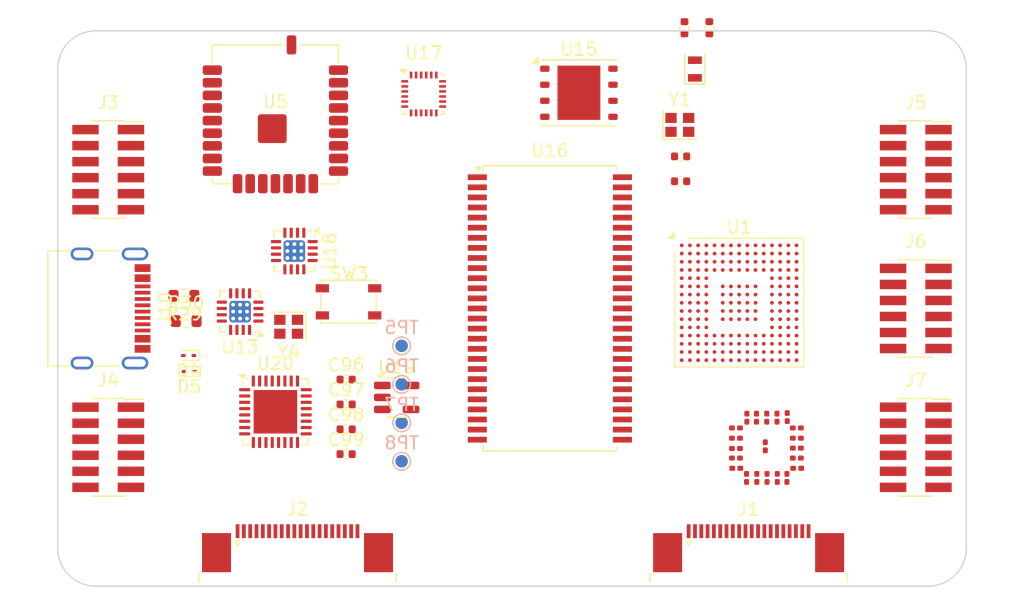
<source format=kicad_pcb>
(kicad_pcb (version 20240108) (generator "pcbnew") (generator_version "8.0")
  (layers (0 "F.Cu" signal) (1 "In1.Cu" signal) (2 "In2.Cu" signal) (3 "In3.Cu" signal) (4 "In4.Cu" signal) (31 "B.Cu" signal) (34 "B.Paste" user) (35 "F.Paste" user) (36 "B.SilkS" user "B.Silkscreen") (37 "F.SilkS" user "F.Silkscreen") (38 "B.Mask" user) (39 "F.Mask" user) (44 "Edge.Cuts" user))
  (net 0 "")
  (net 1 "/USB通信/RT9193/+5V")
  (net 2 "Net-(U19-BP)")
  (net 3 "GND")
  (net 4 "/OSC32_IN")
  (net 5 "/OSC32_OUT")
  (net 6 "/OSC_IN")
  (net 7 "/OSC_OUT")
  (net 8 "VBUS")
  (net 9 "/USB通信/RT9193/+3V3")
  (net 10 "/USB通信/USB_D-")
  (net 11 "/USB通信/USB_D+")
  (net 17 "VDDA")
  (net 54 "+1V8")
  (net 55 "+3V3")
  (net 56 "/USB通信/M0S-daplink/BOOT")
  (net 57 "/SDRAM/FMC_BA0")
  (net 58 "/SDRAM/FMC_DQML")
  (net 59 "/SDRAM/FMC_~{CS}")
  (net 60 "/SDRAM/FMC_BA1")
  (net 61 "/SDRAM/FMC_~{WE}")
  (net 62 "/SDRAM/FMC_~{RAS}")
  (net 63 "/SDRAM/FMC_~{CAS}")
  (net 64 "/USB通信/M0S-daplink/USB_DP")
  (net 65 "/USB通信/M0S-daplink/USB_DM")
  (net 66 "/DEBUG_JTDI")
  (net 67 "/DEBUG_JTRST")
  (net 68 "/DEBUG_JTDO-SWO")
  (net 72 "/DEBUG_JTMS-SWDIO")
  (net 80 "/DEBUG_JTCK-SWCLK")
  (net 134 "Net-(J10-CC1)")
  (net 135 "Net-(J10-CC2)")
  (net 179 "Net-(U1-PDR_ON)")
  (net 183 "Net-(C31-Pad1)")
  (net 198 "/USB通信/UART_TX_HS")
  (net 199 "/USB通信/M0S-daplink/JTAG_TDO")
  (net 200 "/USB通信/SWD_CLK")
  (net 202 "/USB通信/SWD_DIO")
  (net 203 "/USB通信/UART_RX_HS")
  (net 224 "Net-(C32-Pad1)")
  (net 232 "Net-(C33-Pad1)")
  (net 264 "/SDRAM/FMC_DQMH")
  (net 273 "/SDRAM/FMC_CKE")
  (net 274 "/SDRAM/FMC_CLK")
  (net 282 "/USB通信/M0S-daplink/JTAG_TDI")
  (net 290 "/VREF-")
  (net 296 "/USB通信/CH343P/D+")
  (net 297 "/USB通信/CH343P/D-")
  (net 298 "Net-(U13-XO)")
  (net 299 "Net-(U13-XI)")
  (net 301 "Net-(U15-DI(IO0))")
  (net 302 "Net-(U15-~{CS})")
  (net 303 "Net-(U15-DO(IO1))")
  (net 304 "Net-(U15-IO2)")
  (net 305 "Net-(U15-IO3)")
  (net 306 "Net-(U15-CLK)")
  (net 307 "/FMC_A9")
  (net 308 "/FMC_A2")
  (net 310 "/FMC_D8")
  (net 311 "/FMC_D9")
  (net 312 "/FMC_A3")
  (net 313 "/FMC_D15")
  (net 314 "/FMC_D14")
  (net 315 "/FMC_D5")
  (net 316 "/FMC_A8")
  (net 317 "/FMC_A11")
  (net 318 "/FMC_D11")
  (net 319 "/FMC_D13")
  (net 320 "/FMC_D12")
  (net 321 "/FMC_D4")
  (net 322 "/FMC_D7")
  (net 323 "/FMC_A4")
  (net 324 "/FMC_D0")
  (net 325 "/FMC_D2")
  (net 326 "/FMC_A1")
  (net 327 "/FMC_D6")
  (net 328 "/FMC_A5")
  (net 329 "/FMC_A12")
  (net 330 "/FMC_A7")
  (net 331 "/FMC_D1")
  (net 332 "/FMC_D3")
  (net 333 "/FMC_A6")
  (net 334 "/FMC_A10")
  (net 335 "/FMC_D10")
  (net 336 "/FMC_A0")
  (net 343 "/VREF+")
  (net 347 "/VBAT")
  (net 348 "/BOOT0")
  (net 349 "/NRST")
  (net 355 "Net-(U18-ACT#)")
  (net 356 "/USB通信/CH343P/RXD")
  (net 357 "/USB通信/CH343P/3V3")
  (net 358 "/USB通信/CH343P/DCD")
  (net 359 "/USB通信/CH343P/DSR")
  (net 360 "/USB通信/CH343P/CTS")
  (net 361 "/USB通信/CH343P/RTS")
  (net 362 "/USB通信/CH343P/GND")
  (net 363 "/USB通信/CH343P/TXD")
  (net 364 "/USB通信/CH343P/RI")
  (net 365 "/USB通信/CH343P/DTR")
  (net 366 "/USB通信/CH343P/VIO")
  (footprint "Capacitor_SMD:C_0402_1005Metric" (layer "F.Cu") (at 136.6678 77.75 90)
    (property "Reference" "C5" (hide yes))
    (property "Value" "1.5pF")
    (pad "1" smd roundrect (at -0.48 0 90) (size 0.56 0.62) (layers "F.Cu" "F.Paste" "F.Mask") (net 4 "/OSC32_IN"))
    (pad "2" smd roundrect (at 0.48 0 90) (size 0.56 0.62) (layers "F.Cu" "F.Paste" "F.Mask") (net 3 "GND"))
  )
  (footprint "Capacitor_SMD:C_0402_1005Metric" (layer "F.Cu") (at 136.362 89.918)
    (property "Reference" "C7" (hide yes))
    (property "Value" "8pF")
    (pad "1" smd roundrect (at -0.48 0) (size 0.56 0.62) (layers "F.Cu" "F.Paste" "F.Mask") (net 7 "/OSC_OUT"))
    (pad "2" smd roundrect (at 0.48 0) (size 0.56 0.62) (layers "F.Cu" "F.Paste" "F.Mask") (net 3 "GND"))
  )
  (footprint "Package_SO:TSOP-II-54_22.2x10.16mm_P0.8mm" (layer "F.Cu") (at 126 100)
    (property "Reference" "U16" (at 0 -12.5 0) (layer "F.SilkS"))
    (property "Value" "MT48LC16M16A2TG")
    (pad "1" smd rect (at -5.75 -10.4) (size 1.51 0.458) (layers "F.Cu" "F.Paste" "F.Mask") (net 55 "+3V3"))
    (pad "2" smd rect (at -5.75 -9.6) (size 1.51 0.458) (layers "F.Cu" "F.Paste" "F.Mask") (net 324 "/FMC_D0"))
    (pad "3" smd rect (at -5.75 -8.8) (size 1.51 0.458) (layers "F.Cu" "F.Paste" "F.Mask") (net 55 "+3V3"))
    (pad "4" smd rect (at -5.75 -8) (size 1.51 0.458) (layers "F.Cu" "F.Paste" "F.Mask") (net 331 "/FMC_D1"))
    (pad "5" smd rect (at -5.75 -7.2) (size 1.51 0.458) (layers "F.Cu" "F.Paste" "F.Mask") (net 325 "/FMC_D2"))
    (pad "6" smd rect (at -5.75 -6.4) (size 1.51 0.458) (layers "F.Cu" "F.Paste" "F.Mask") (net 3 "GND"))
    (pad "7" smd rect (at -5.75 -5.6) (size 1.51 0.458) (layers "F.Cu" "F.Paste" "F.Mask") (net 332 "/FMC_D3"))
    (pad "8" smd rect (at -5.75 -4.8) (size 1.51 0.458) (layers "F.Cu" "F.Paste" "F.Mask") (net 321 "/FMC_D4"))
    (pad "9" smd rect (at -5.75 -4) (size 1.51 0.458) (layers "F.Cu" "F.Paste" "F.Mask") (net 55 "+3V3"))
    (pad "10" smd rect (at -5.75 -3.2) (size 1.51 0.458) (layers "F.Cu" "F.Paste" "F.Mask") (net 315 "/FMC_D5"))
    (pad "11" smd rect (at -5.75 -2.4) (size 1.51 0.458) (layers "F.Cu" "F.Paste" "F.Mask") (net 327 "/FMC_D6"))
    (pad "12" smd rect (at -5.75 -1.6) (size 1.51 0.458) (layers "F.Cu" "F.Paste" "F.Mask") (net 3 "GND"))
    (pad "13" smd rect (at -5.75 -0.8) (size 1.51 0.458) (layers "F.Cu" "F.Paste" "F.Mask") (net 322 "/FMC_D7"))
    (pad "14" smd rect (at -5.75 0) (size 1.51 0.458) (layers "F.Cu" "F.Paste" "F.Mask") (net 55 "+3V3"))
    (pad "15" smd rect (at -5.75 0.8) (size 1.51 0.458) (layers "F.Cu" "F.Paste" "F.Mask") (net 58 "/SDRAM/FMC_DQML"))
    (pad "16" smd rect (at -5.75 1.6) (size 1.51 0.458) (layers "F.Cu" "F.Paste" "F.Mask") (net 61 "/SDRAM/FMC_~{WE}"))
    (pad "17" smd rect (at -5.75 2.4) (size 1.51 0.458) (layers "F.Cu" "F.Paste" "F.Mask") (net 63 "/SDRAM/FMC_~{CAS}"))
    (pad "18" smd rect (at -5.75 3.2) (size 1.51 0.458) (layers "F.Cu" "F.Paste" "F.Mask") (net 62 "/SDRAM/FMC_~{RAS}"))
    (pad "19" smd rect (at -5.75 4) (size 1.51 0.458) (layers "F.Cu" "F.Paste" "F.Mask") (net 59 "/SDRAM/FMC_~{CS}"))
    (pad "20" smd rect (at -5.75 4.8) (size 1.51 0.458) (layers "F.Cu" "F.Paste" "F.Mask") (net 57 "/SDRAM/FMC_BA0"))
    (pad "21" smd rect (at -5.75 5.6) (size 1.51 0.458) (layers "F.Cu" "F.Paste" "F.Mask") (net 60 "/SDRAM/FMC_BA1"))
    (pad "22" smd rect (at -5.75 6.4) (size 1.51 0.458) (layers "F.Cu" "F.Paste" "F.Mask") (net 334 "/FMC_A10"))
    (pad "23" smd rect (at -5.75 7.2) (size 1.51 0.458) (layers "F.Cu" "F.Paste" "F.Mask") (net 336 "/FMC_A0"))
    (pad "24" smd rect (at -5.75 8) (size 1.51 0.458) (layers "F.Cu" "F.Paste" "F.Mask") (net 326 "/FMC_A1"))
    (pad "25" smd rect (at -5.75 8.8) (size 1.51 0.458) (layers "F.Cu" "F.Paste" "F.Mask") (net 308 "/FMC_A2"))
    (pad "26" smd rect (at -5.75 9.6) (size 1.51 0.458) (layers "F.Cu" "F.Paste" "F.Mask") (net 312 "/FMC_A3"))
    (pad "27" smd rect (at -5.75 10.4) (size 1.51 0.458) (layers "F.Cu" "F.Paste" "F.Mask") (net 55 "+3V3"))
    (pad "28" smd rect (at 5.75 10.4) (size 1.51 0.458) (layers "F.Cu" "F.Paste" "F.Mask") (net 3 "GND"))
    (pad "29" smd rect (at 5.75 9.6) (size 1.51 0.458) (layers "F.Cu" "F.Paste" "F.Mask") (net 323 "/FMC_A4"))
    (pad "30" smd rect (at 5.75 8.8) (size 1.51 0.458) (layers "F.Cu" "F.Paste" "F.Mask") (net 328 "/FMC_A5"))
    (pad "31" smd rect (at 5.75 8) (size 1.51 0.458) (layers "F.Cu" "F.Paste" "F.Mask") (net 333 "/FMC_A6"))
    (pad "32" smd rect (at 5.75 7.2) (size 1.51 0.458) (layers "F.Cu" "F.Paste" "F.Mask") (net 330 "/FMC_A7"))
    (pad "33" smd rect (at 5.75 6.4) (size 1.51 0.458) (layers "F.Cu" "F.Paste" "F.Mask") (net 316 "/FMC_A8"))
    (pad "34" smd rect (at 5.75 5.6) (size 1.51 0.458) (layers "F.Cu" "F.Paste" "F.Mask") (net 307 "/FMC_A9"))
    (pad "35" smd rect (at 5.75 4.8) (size 1.51 0.458) (layers "F.Cu" "F.Paste" "F.Mask") (net 317 "/FMC_A11"))
    (pad "36" smd rect (at 5.75 4) (size 1.51 0.458) (layers "F.Cu" "F.Paste" "F.Mask") (net 329 "/FMC_A12"))
    (pad "37" smd rect (at 5.75 3.2) (size 1.51 0.458) (layers "F.Cu" "F.Paste" "F.Mask") (net 273 "/SDRAM/FMC_CKE"))
    (pad "38" smd rect (at 5.75 2.4) (size 1.51 0.458) (layers "F.Cu" "F.Paste" "F.Mask") (net 274 "/SDRAM/FMC_CLK"))
    (pad "39" smd rect (at 5.75 1.6) (size 1.51 0.458) (layers "F.Cu" "F.Paste" "F.Mask") (net 264 "/SDRAM/FMC_DQMH"))
    (pad "40" smd rect (at 5.75 0.8) (size 1.51 0.458) (layers "F.Cu" "F.Paste" "F.Mask"))
    (pad "41" smd rect (at 5.75 0) (size 1.51 0.458) (layers "F.Cu" "F.Paste" "F.Mask") (net 3 "GND"))
    (pad "42" smd rect (at 5.75 -0.8) (size 1.51 0.458) (layers "F.Cu" "F.Paste" "F.Mask") (net 310 "/FMC_D8"))
    (pad "43" smd rect (at 5.75 -1.6) (size 1.51 0.458) (layers "F.Cu" "F.Paste" "F.Mask") (net 55 "+3V3"))
    (pad "44" smd rect (at 5.75 -2.4) (size 1.51 0.458) (layers "F.Cu" "F.Paste" "F.Mask") (net 311 "/FMC_D9"))
    (pad "45" smd rect (at 5.75 -3.2) (size 1.51 0.458) (layers "F.Cu" "F.Paste" "F.Mask") (net 335 "/FMC_D10"))
    (pad "46" smd rect (at 5.75 -4) (size 1.51 0.458) (layers "F.Cu" "F.Paste" "F.Mask") (net 3 "GND"))
    (pad "47" smd rect (at 5.75 -4.8) (size 1.51 0.458) (layers "F.Cu" "F.Paste" "F.Mask") (net 318 "/FMC_D11"))
    (pad "48" smd rect (at 5.75 -5.6) (size 1.51 0.458) (layers "F.Cu" "F.Paste" "F.Mask") (net 320 "/FMC_D12"))
    (pad "49" smd rect (at 5.75 -6.4) (size 1.51 0.458) (layers "F.Cu" "F.Paste" "F.Mask") (net 55 "+3V3"))
    (pad "50" smd rect (at 5.75 -7.2) (size 1.51 0.458) (layers "F.Cu" "F.Paste" "F.Mask") (net 319 "/FMC_D13"))
    (pad "51" smd rect (at 5.75 -8) (size 1.51 0.458) (layers "F.Cu" "F.Paste" "F.Mask") (net 314 "/FMC_D14"))
    (pad "52" smd rect (at 5.75 -8.8) (size 1.51 0.458) (layers "F.Cu" "F.Paste" "F.Mask") (net 3 "GND"))
    (pad "53" smd rect (at 5.75 -9.6) (size 1.51 0.458) (layers "F.Cu" "F.Paste" "F.Mask") (net 313 "/FMC_D15"))
    (pad "54" smd rect (at 5.75 -10.4) (size 1.51 0.458) (layers "F.Cu" "F.Paste" "F.Mask") (net 3 "GND"))
  )
  (footprint "Capacitor_SMD:C_0402_1005Metric" (layer "F.Cu") (at 138.6378 77.75 90)
    (property "Reference" "C18" (hide yes))
    (property "Value" "1.5pF")
    (pad "1" smd roundrect (at -0.48 0 90) (size 0.56 0.62) (layers "F.Cu" "F.Paste" "F.Mask") (net 5 "/OSC32_OUT"))
    (pad "2" smd roundrect (at 0.48 0 90) (size 0.56 0.62) (layers "F.Cu" "F.Paste" "F.Mask") (net 3 "GND"))
  )
  (footprint "Crystal:Crystal_SMD_2012-2Pin_2.0x1.2mm" (layer "F.Cu") (at 137.4948 81.024 90)
    (property "Reference" "Y2" (hide yes))
    (property "Value" "Crystal")
    (pad "1" smd rect (at -0.7 0 90) (size 0.6 1.1) (layers "F.Cu" "F.Paste" "F.Mask") (net 5 "/OSC32_OUT"))
    (pad "2" smd rect (at 0.7 0 90) (size 0.6 1.1) (layers "F.Cu" "F.Paste" "F.Mask") (net 4 "/OSC32_IN"))
  )
  (footprint "my_footprint:KEY-SMD_4P-L4.2-W3.4-P2.15-LS4.5-TL" (layer "F.Cu") (at 110.1012 99.54618)
    (property "Reference" "SW3" (at 0 -2.286 0) (layer "F.SilkS"))
    (property "Value" "SW_Push")
    (pad "1" smd rect (at -2.131 -1.147) (size 1.05 0.65) (layers "F.Cu" "F.Paste" "F.Mask") (net 56 "/USB通信/M0S-daplink/BOOT"))
    (pad "1" smd rect (at 2.019 -1.147) (size 1.05 0.65) (layers "F.Cu" "F.Paste" "F.Mask") (net 56 "/USB通信/M0S-daplink/BOOT"))
    (pad "2" smd rect (at -2.131 1.003) (size 1.05 0.65) (layers "F.Cu" "F.Paste" "F.Mask") (net 55 "+3V3"))
    (pad "2" smd rect (at 2.019 1.003) (size 1.05 0.65) (layers "F.Cu" "F.Paste" "F.Mask") (net 55 "+3V3"))
  )
  (footprint "Capacitor_SMD:C_0201_0603Metric" (layer "F.Cu") (at 140.773 112.6664)
    (property "Reference" "C16" (hide yes))
    (property "Value" "0.1uF")
    (pad "1" smd roundrect (at -0.32 0) (size 0.46 0.4) (layers "F.Cu" "F.Mask") (net 55 "+3V3"))
    (pad "2" smd roundrect (at 0.32 0) (size 0.46 0.4) (layers "F.Cu" "F.Mask") (net 3 "GND"))
  )
  (footprint "Capacitor_SMD:C_0201_0603Metric" (layer "F.Cu") (at 145.599 112.6664 180)
    (property "Reference" "C11" (hide yes))
    (property "Value" "0.1uF")
    (pad "1" smd roundrect (at -0.32 0 180) (size 0.46 0.4) (layers "F.Cu" "F.Mask") (net 55 "+3V3"))
    (pad "2" smd roundrect (at 0.32 0 180) (size 0.46 0.4) (layers "F.Cu" "F.Mask") (net 3 "GND"))
  )
  (footprint "Capacitor_SMD:C_0402_1005Metric" (layer "F.Cu") (at 109.8525 109.575)
    (property "Reference" "C98" (at 0 -1.16 0) (layer "F.SilkS"))
    (property "Value" "22nF")
    (pad "1" smd roundrect (at -0.48 0) (size 0.56 0.62) (layers "F.Cu" "F.Paste" "F.Mask") (net 2 "Net-(U19-BP)"))
    (pad "2" smd roundrect (at 0.48 0) (size 0.56 0.62) (layers "F.Cu" "F.Paste" "F.Mask") (net 3 "GND"))
  )
  (footprint "Capacitor_SMD:C_0402_1005Metric" (layer "F.Cu") (at 109.8525 111.545)
    (property "Reference" "C99" (at 0 -1.16 0) (layer "F.SilkS"))
    (property "Value" "4.7uF")
    (pad "1" smd roundrect (at -0.48 0) (size 0.56 0.62) (layers "F.Cu" "F.Paste" "F.Mask") (net 3 "GND"))
    (pad "2" smd roundrect (at 0.48 0) (size 0.56 0.62) (layers "F.Cu" "F.Paste" "F.Mask") (net 9 "/USB通信/RT9193/+3V3"))
  )
  (footprint "MountingHole:MountingHole_2.2mm_M2" (layer "F.Cu") (at 156 119)
    (property "Reference" "H4" (hide yes))
    (property "Value" "MountingHole")
    (pad "" np_thru_hole circle (at 0 0) (size 2.2 2.2) (drill 2.2) (layers "*.Cu" "*.Mask"))
  )
  (footprint "Capacitor_SMD:C_0201_0603Metric" (layer "F.Cu") (at 143.073 110.9214 -90)
    (property "Reference" "C29" (hide yes))
    (property "Value" "0.1uF")
    (pad "1" smd roundrect (at -0.32 0 270) (size 0.46 0.4) (layers "F.Cu" "F.Mask") (net 55 "+3V3"))
    (pad "2" smd roundrect (at 0.32 0 270) (size 0.46 0.4) (layers "F.Cu" "F.Mask") (net 3 "GND"))
  )
  (footprint "Capacitor_SMD:C_0201_0603Metric" (layer "F.Cu") (at 145.5748 111.068 180)
    (property "Reference" "C27" (hide yes))
    (property "Value" "0.1uF")
    (pad "1" smd roundrect (at -0.32 0 180) (size 0.46 0.4) (layers "F.Cu" "F.Mask") (net 55 "+3V3"))
    (pad "2" smd roundrect (at 0.32 0 180) (size 0.46 0.4) (layers "F.Cu" "F.Mask") (net 3 "GND"))
  )
  (footprint "Connector_FFC-FPC:TE_2-1734839-0_1x20-1MP_P0.5mm_Horizontal" (layer "F.Cu") (at 141.75 119)
    (property "Reference" "J1" (at 0 -3.1 360) (layer "F.SilkS"))
    (property "Value" "Conn_01x20_MountingPin")
    (pad "1" smd rect (at -4.75 -1.35) (size 0.3 1.1) (layers "F.Cu" "F.Paste" "F.Mask"))
    (pad "2" smd rect (at -4.25 -1.35) (size 0.3 1.1) (layers "F.Cu" "F.Paste" "F.Mask"))
    (pad "3" smd rect (at -3.75 -1.35) (size 0.3 1.1) (layers "F.Cu" "F.Paste" "F.Mask"))
    (pad "4" smd rect (at -3.25 -1.35) (size 0.3 1.1) (layers "F.Cu" "F.Paste" "F.Mask"))
    (pad "5" smd rect (at -2.75 -1.35) (size 0.3 1.1) (layers "F.Cu" "F.Paste" "F.Mask"))
    (pad "6" smd rect (at -2.25 -1.35) (size 0.3 1.1) (layers "F.Cu" "F.Paste" "F.Mask"))
    (pad "7" smd rect (at -1.75 -1.35) (size 0.3 1.1) (layers "F.Cu" "F.Paste" "F.Mask"))
    (pad "8" smd rect (at -1.25 -1.35) (size 0.3 1.1) (layers "F.Cu" "F.Paste" "F.Mask"))
    (pad "9" smd rect (at -0.75 -1.35) (size 0.3 1.1) (layers "F.Cu" "F.Paste" "F.Mask"))
    (pad "10" smd rect (at -0.25 -1.35) (size 0.3 1.1) (layers "F.Cu" "F.Paste" "F.Mask"))
    (pad "11" smd rect (at 0.25 -1.35) (size 0.3 1.1) (layers "F.Cu" "F.Paste" "F.Mask"))
    (pad "12" smd rect (at 0.75 -1.35) (size 0.3 1.1) (layers "F.Cu" "F.Paste" "F.Mask"))
    (pad "13" smd rect (at 1.25 -1.35) (size 0.3 1.1) (layers "F.Cu" "F.Paste" "F.Mask"))
    (pad "14" smd rect (at 1.75 -1.35) (size 0.3 1.1) (layers "F.Cu" "F.Paste" "F.Mask"))
    (pad "15" smd rect (at 2.25 -1.35) (size 0.3 1.1) (layers "F.Cu" "F.Paste" "F.Mask"))
    (pad "16" smd rect (at 2.75 -1.35) (size 0.3 1.1) (layers "F.Cu" "F.Paste" "F.Mask"))
    (pad "17" smd rect (at 3.25 -1.35) (size 0.3 1.1) (layers "F.Cu" "F.Paste" "F.Mask"))
    (pad "18" smd rect (at 3.75 -1.35) (size 0.3 1.1) (layers "F.Cu" "F.Paste" "F.Mask"))
    (pad "19" smd rect (at 4.25 -1.35) (size 0.3 1.1) (layers "F.Cu" "F.Paste" "F.Mask"))
    (pad "20" smd rect (at 4.75 -1.35) (size 0.3 1.1) (layers "F.Cu" "F.Paste" "F.Mask"))
    (pad "MP" smd rect (at -6.42 0.35) (size 2.3 3.1) (layers "F.Cu" "F.Paste" "F.Mask"))
    (pad "MP" smd rect (at 6.42 0.35) (size 2.3 3.1) (layers "F.Cu" "F.Paste" "F.Mask"))
  )
  (footprint "Capacitor_SMD:C_0201_0603Metric" (layer "F.Cu") (at 143.2114 113.4284 90)
    (property "Reference" "C28" (hide yes))
    (property "Value" "0.1uF")
    (pad "1" smd roundrect (at -0.32 0 90) (size 0.46 0.4) (layers "F.Cu" "F.Mask") (net 55 "+3V3"))
    (pad "2" smd roundrect (at 0.32 0 90) (size 0.46 0.4) (layers "F.Cu" "F.Mask") (net 3 "GND"))
  )
  (footprint "Crystal:Crystal_SMD_2016-4Pin_2.0x1.6mm" (layer "F.Cu") (at 105.3 101.45 180)
    (property "Reference" "Y4" (at 0 -2 180) (layer "F.SilkS"))
    (property "Value" "12M")
    (pad "1" smd rect (at -0.7 0.55 180) (size 0.9 0.8) (layers "F.Cu" "F.Paste" "F.Mask") (net 299 "Net-(U13-XI)"))
    (pad "2" smd rect (at 0.7 0.55 180) (size 0.9 0.8) (layers "F.Cu" "F.Paste" "F.Mask") (net 3 "GND"))
    (pad "3" smd rect (at 0.7 -0.55 180) (size 0.9 0.8) (layers "F.Cu" "F.Paste" "F.Mask") (net 298 "Net-(U13-XO)"))
    (pad "4" smd rect (at -0.7 -0.55 180) (size 0.9 0.8) (layers "F.Cu" "F.Paste" "F.Mask") (net 3 "GND"))
  )
  (footprint "Capacitor_SMD:C_0201_0603Metric" (layer "F.Cu") (at 140.7488 111.0934)
    (property "Reference" "C19" (hide yes))
    (property "Value" "0.1uF")
    (pad "1" smd roundrect (at -0.32 0) (size 0.46 0.4) (layers "F.Cu" "F.Mask") (net 55 "+3V3"))
    (pad "2" smd roundrect (at 0.32 0) (size 0.46 0.4) (layers "F.Cu" "F.Mask") (net 3 "GND"))
  )
  (footprint "Diode_SMD:D_SOD-923" (layer "F.Cu") (at 97.42 105 180)
    (property "Reference" "D5" (at 0 -1.2 180) (layer "F.SilkS"))
    (property "Value" "ESD9B3.3ST5G")
    (pad "1" smd roundrect (at -0.42 0) (size 0.36 0.25) (layers "F.Cu" "F.Paste" "F.Mask") (net 3 "GND"))
    (pad "2" smd roundrect (at 0.42 0) (size 0.36 0.25) (layers "F.Cu" "F.Paste" "F.Mask") (net 11 "/USB通信/USB_D+"))
  )
  (footprint "Capacitor_SMD:C_0402_1005Metric" (layer "F.Cu") (at 109.8525 107.605)
    (property "Reference" "C97" (at 0 -1.16 0) (layer "F.SilkS"))
    (property "Value" "0.1uF")
    (pad "1" smd roundrect (at -0.48 0) (size 0.56 0.62) (layers "F.Cu" "F.Paste" "F.Mask") (net 1 "/USB通信/RT9193/+5V"))
    (pad "2" smd roundrect (at 0.48 0) (size 0.56 0.62) (layers "F.Cu" "F.Paste" "F.Mask") (net 3 "GND"))
  )
  (footprint "MountingHole:MountingHole_2.2mm_M2" (layer "F.Cu") (at 90 119)
    (property "Reference" "H3" (hide yes))
    (property "Value" "MountingHole")
    (pad "" np_thru_hole circle (at 0 0) (size 2.2 2.2) (drill 2.2) (layers "*.Cu" "*.Mask"))
  )
  (footprint "Capacitor_SMD:C_0201_0603Metric" (layer "F.Cu") (at 141.6124 108.655 -90)
    (property "Reference" "C22" (hide yes))
    (property "Value" "0.1uF")
    (pad "1" smd roundrect (at -0.32 0 270) (size 0.46 0.4) (layers "F.Cu" "F.Mask") (net 55 "+3V3"))
    (pad "2" smd roundrect (at 0.32 0 270) (size 0.46 0.4) (layers "F.Cu" "F.Mask") (net 3 "GND"))
  )
  (footprint "Capacitor_SMD:C_0201_0603Metric" (layer "F.Cu") (at 145.5748 109.4678 180)
    (property "Reference" "C8" (hide yes))
    (property "Value" "0.1uF")
    (pad "1" smd roundrect (at -0.32 0 180) (size 0.46 0.4) (layers "F.Cu" "F.Mask") (net 55 "+3V3"))
    (pad "2" smd roundrect (at 0.32 0 180) (size 0.46 0.4) (layers "F.Cu" "F.Mask") (net 3 "GND"))
  )
  (footprint "Package_SON:WSON-8-1EP_6x5mm_P1.27mm_EP3.4x4.3mm" (layer "F.Cu") (at 128.3 82.905)
    (property "Reference" "U15" (at 0 -3.45 0) (layer "F.SilkS"))
    (property "Value" "W25Q32JVZP")
    (pad "1" smd roundrect (at -2.7 -1.905) (size 0.75 0.5) (layers "F.Cu" "F.Paste" "F.Mask") (net 302 "Net-(U15-~{CS})"))
    (pad "2" smd roundrect (at -2.7 -0.635) (size 0.75 0.5) (layers "F.Cu" "F.Paste" "F.Mask") (net 303 "Net-(U15-DO(IO1))"))
    (pad "3" smd roundrect (at -2.7 0.635) (size 0.75 0.5) (layers "F.Cu" "F.Paste" "F.Mask") (net 304 "Net-(U15-IO2)"))
    (pad "4" smd roundrect (at -2.7 1.905) (size 0.75 0.5) (layers "F.Cu" "F.Paste" "F.Mask") (net 3 "GND"))
    (pad "5" smd roundrect (at 2.7 1.905) (size 0.75 0.5) (layers "F.Cu" "F.Paste" "F.Mask") (net 301 "Net-(U15-DI(IO0))"))
    (pad "6" smd roundrect (at 2.7 0.635) (size 0.75 0.5) (layers "F.Cu" "F.Paste" "F.Mask") (net 306 "Net-(U15-CLK)"))
    (pad "7" smd roundrect (at 2.7 -0.635) (size 0.75 0.5) (layers "F.Cu" "F.Paste" "F.Mask") (net 305 "Net-(U15-IO3)"))
    (pad "8" smd roundrect (at 2.7 -1.905) (size 0.75 0.5) (layers "F.Cu" "F.Paste" "F.Mask") (net 55 "+3V3"))
    (pad "9" smd rect (at 0 0) (size 3.4 4.3) (property pad_prop_heatsink) (layers "F.Cu" "F.Mask") (net 3 "GND"))
  )
  (footprint "MountingHole:MountingHole_2.2mm_M2" (layer "F.Cu") (at 156 81)
    (property "Reference" "H2" (hide yes))
    (property "Value" "MountingHole")
    (pad "" np_thru_hole circle (at 0 0) (size 2.2 2.2) (drill 2.2) (layers "*.Cu" "*.Mask"))
  )
  (footprint "Capacitor_SMD:C_0201_0603Metric" (layer "F.Cu") (at 144 108.655 -90)
    (property "Reference" "C25" (hide yes))
    (property "Value" "0.1uF")
    (pad "1" smd roundrect (at -0.32 0 270) (size 0.46 0.4) (layers "F.Cu" "F.Mask") (net 55 "+3V3"))
    (pad "2" smd roundrect (at 0.32 0 270) (size 0.46 0.4) (layers "F.Cu" "F.Mask") (net 3 "GND"))
  )
  (footprint "Capacitor_SMD:C_0201_0603Metric" (layer "F.Cu") (at 145.5748 111.8554 180)
    (property "Reference" "C10" (hide yes))
    (property "Value" "0.1uF")
    (pad "1" smd roundrect (at -0.32 0 180) (size 0.46 0.4) (layers "F.Cu" "F.Mask") (net 55 "+3V3"))
    (pad "2" smd roundrect (at 0.32 0 180) (size 0.46 0.4) (layers "F.Cu" "F.Mask") (net 3 "GND"))
  )
  (footprint "Diode_SMD:D_SOD-923" (layer "F.Cu") (at 97.371 103.73 180)
    (property "Reference" "D4" (at 0 -1.2 180) (layer "F.SilkS"))
    (property "Value" "ESD9B3.3ST5G")
    (pad "1" smd roundrect (at -0.42 0) (size 0.36 0.25) (layers "F.Cu" "F.Paste" "F.Mask") (net 3 "GND"))
    (pad "2" smd roundrect (at 0.42 0) (size 0.36 0.25) (layers "F.Cu" "F.Paste" "F.Mask") (net 10 "/USB通信/USB_D-"))
  )
  (footprint "Capacitor_SMD:C_0201_0603Metric" (layer "F.Cu") (at 144.0242 113.4284 90)
    (property "Reference" "C13" (hide yes))
    (property "Value" "0.1uF")
    (pad "1" smd roundrect (at -0.32 0 90) (size 0.46 0.4) (layers "F.Cu" "F.Mask") (net 55 "+3V3"))
    (pad "2" smd roundrect (at 0.32 0 90) (size 0.46 0.4) (layers "F.Cu" "F.Mask") (net 3 "GND"))
  )
  (footprint "Package_TO_SOT_SMD:SOT-23-5" (layer "F.Cu") (at 113.8625 107.05)
    (property "Reference" "U19" (at 0 -2.4 0) (layer "F.SilkS"))
    (property "Value" "RT9193-33GB")
    (pad "1" smd roundrect (at -1.1375 -0.95) (size 1.325 0.6) (layers "F.Cu" "F.Paste" "F.Mask") (net 1 "/USB通信/RT9193/+5V"))
    (pad "2" smd roundrect (at -1.1375 0) (size 1.325 0.6) (layers "F.Cu" "F.Paste" "F.Mask") (net 3 "GND"))
    (pad "3" smd roundrect (at -1.1375 0.95) (size 1.325 0.6) (layers "F.Cu" "F.Paste" "F.Mask") (net 1 "/USB通信/RT9193/+5V"))
    (pad "4" smd roundrect (at 1.1375 0.95) (size 1.325 0.6) (layers "F.Cu" "F.Paste" "F.Mask") (net 2 "Net-(U19-BP)"))
    (pad "5" smd roundrect (at 1.1375 -0.95) (size 1.325 0.6) (layers "F.Cu" "F.Paste" "F.Mask") (net 9 "/USB通信/RT9193/+3V3"))
  )
  (footprint "Capacitor_SMD:C_0201_0603Metric" (layer "F.Cu") (at 140.7488 110.2806)
    (property "Reference" "C20" (hide yes))
    (property "Value" "0.1uF")
    (pad "1" smd roundrect (at -0.32 0) (size 0.46 0.4) (layers "F.Cu" "F.Mask") (net 55 "+3V3"))
    (pad "2" smd roundrect (at 0.32 0) (size 0.46 0.4) (layers "F.Cu" "F.Mask") (net 3 "GND"))
  )
  (footprint "Capacitor_SMD:C_0201_0603Metric" (layer "F.Cu") (at 140.7488 109.4678)
    (property "Reference" "C21" (hide yes))
    (property "Value" "0.1uF")
    (pad "1" smd roundrect (at -0.32 0) (size 0.46 0.4) (layers "F.Cu" "F.Mask") (net 55 "+3V3"))
    (pad "2" smd roundrect (at 0.32 0) (size 0.46 0.4) (layers "F.Cu" "F.Mask") (net 3 "GND"))
  )
  (footprint "Capacitor_SMD:C_0201_0603Metric" (layer "F.Cu") (at 140.7488 111.8554)
    (property "Reference" "C17" (hide yes))
    (property "Value" "0.1uF")
    (pad "1" smd roundrect (at -0.32 0) (size 0.46 0.4) (layers "F.Cu" "F.Mask") (net 55 "+3V3"))
    (pad "2" smd roundrect (at 0.32 0) (size 0.46 0.4) (layers "F.Cu" "F.Mask") (net 3 "GND"))
  )
  (footprint "Capacitor_SMD:C_0402_1005Metric" (layer "F.Cu") (at 109.8525 105.635)
    (property "Reference" "C96" (at 0 -1.16 0) (layer "F.SilkS"))
    (property "Value" "4.7uF")
    (pad "1" smd roundrect (at -0.48 0) (size 0.56 0.62) (layers "F.Cu" "F.Paste" "F.Mask") (net 1 "/USB通信/RT9193/+5V"))
    (pad "2" smd roundrect (at 0.48 0) (size 0.56 0.62) (layers "F.Cu" "F.Paste" "F.Mask") (net 3 "GND"))
  )
  (footprint "Connector_PinSocket_1.27mm:PinSocket_2x06_P1.27mm_Vertical_SMD" (layer "F.Cu") (at 91 111)
    (property "Reference" "J4" (at 0 -5.31 0) (layer "F.SilkS"))
    (property "Value" "Conn_02x06_Odd_Even")
    (pad "1" smd rect (at 1.8 -3.175) (size 2.1 0.75) (layers "F.Cu" "F.Paste" "F.Mask"))
    (pad "2" smd rect (at -1.8 -3.175) (size 2.1 0.75) (layers "F.Cu" "F.Paste" "F.Mask"))
    (pad "3" smd rect (at 1.8 -1.905) (size 2.1 0.75) (layers "F.Cu" "F.Paste" "F.Mask"))
    (pad "4" smd rect (at -1.8 -1.905) (size 2.1 0.75) (layers "F.Cu" "F.Paste" "F.Mask"))
    (pad "5" smd rect (at 1.8 -0.635) (size 2.1 0.75) (layers "F.Cu" "F.Paste" "F.Mask"))
    (pad "6" smd rect (at -1.8 -0.635) (size 2.1 0.75) (layers "F.Cu" "F.Paste" "F.Mask"))
    (pad "7" smd rect (at 1.8 0.635) (size 2.1 0.75) (layers "F.Cu" "F.Paste" "F.Mask"))
    (pad "8" smd rect (at -1.8 0.635) (size 2.1 0.75) (layers "F.Cu" "F.Paste" "F.Mask"))
    (pad "9" smd rect (at 1.8 1.905) (size 2.1 0.75) (layers "F.Cu" "F.Paste" "F.Mask"))
    (pad "10" smd rect (at -1.8 1.905) (size 2.1 0.75) (layers "F.Cu" "F.Paste" "F.Mask"))
    (pad "11" smd rect (at 1.8 3.175) (size 2.1 0.75) (layers "F.Cu" "F.Paste" "F.Mask"))
    (pad "12" smd rect (at -1.8 3.175) (size 2.1 0.75) (layers "F.Cu" "F.Paste" "F.Mask"))
  )
  (footprint "Sensor_Motion:InvenSense_QFN-24_3x3mm_P0.4mm" (layer "F.Cu") (at 116 83)
    (property "Reference" "U17" (at 0 -3.25 0) (layer "F.SilkS"))
    (property "Value" "MPU-9250")
    (pad "1" smd roundrect (at -1.5 -1) (size 0.55 0.2) (layers "F.Cu" "F.Paste" "F.Mask"))
    (pad "2" smd roundrect (at -1.5 -0.6) (size 0.55 0.2) (layers "F.Cu" "F.Paste" "F.Mask"))
    (pad "3" smd roundrect (at -1.5 -0.2) (size 0.55 0.2) (layers "F.Cu" "F.Paste" "F.Mask"))
    (pad "4" smd roundrect (at -1.5 0.2) (size 0.55 0.2) (layers "F.Cu" "F.Paste" "F.Mask"))
    (pad "5" smd roundrect (at -1.5 0.6) (size 0.55 0.2) (layers "F.Cu" "F.Paste" "F.Mask"))
    (pad "6" smd roundrect (at -1.5 1) (size 0.55 0.2) (layers "F.Cu" "F.Paste" "F.Mask"))
    (pad "7" smd roundrect (at -1 1.5 90) (size 0.55 0.2) (layers "F.Cu" "F.Paste" "F.Mask"))
    (pad "8" smd roundrect (at -0.6 1.5 90) (size 0.55 0.2) (layers "F.Cu" "F.Paste" "F.Mask"))
    (pad "9" smd roundrect (at -0.2 1.5 90) (size 0.55 0.2) (layers "F.Cu" "F.Paste" "F.Mask"))
    (pad "10" smd roundrect (at 0.2 1.5 90) (size 0.55 0.2) (layers "F.Cu" "F.Paste" "F.Mask"))
    (pad "11" smd roundrect (at 0.6 1.5 90) (size 0.55 0.2) (layers "F.Cu" "F.Paste" "F.Mask"))
    (pad "12" smd roundrect (at 1 1.5 90) (size 0.55 0.2) (layers "F.Cu" "F.Paste" "F.Mask"))
    (pad "13" smd roundrect (at 1.5 1) (size 0.55 0.2) (layers "F.Cu" "F.Paste" "F.Mask"))
    (pad "14" smd roundrect (at 1.5 0.6) (size 0.55 0.2) (layers "F.Cu" "F.Paste" "F.Mask"))
    (pad "15" smd roundrect (at 1.5 0.2) (size 0.55 0.2) (layers "F.Cu" "F.Paste" "F.Mask"))
    (pad "16" smd roundrect (at 1.5 -0.2) (size 0.55 0.2) (layers "F.Cu" "F.Paste" "F.Mask"))
    (pad "17" smd roundrect (at 1.5 -0.6) (size 0.55 0.2) (layers "F.Cu" "F.Paste" "F.Mask"))
    (pad "18" smd roundrect (at 1.5 -1) (size 0.55 0.2) (layers "F.Cu" "F.Paste" "F.Mask"))
    (pad "19" smd roundrect (at 1 -1.5 90) (size 0.55 0.2) (layers "F.Cu" "F.Paste" "F.Mask"))
    (pad "20" smd roundrect (at 0.6 -1.5 90) (size 0.55 0.2) (layers "F.Cu" "F.Paste" "F.Mask"))
    (pad "21" smd roundrect (at 0.2 -1.5 90) (size 0.55 0.2) (layers "F.Cu" "F.Paste" "F.Mask"))
    (pad "22" smd roundrect (at -0.2 -1.5 90) (size 0.55 0.2) (layers "F.Cu" "F.Paste" "F.Mask"))
    (pad "23" smd roundrect (at -0.6 -1.5 90) (size 0.55 0.2) (layers "F.Cu" "F.Paste" "F.Mask"))
    (pad "24" smd roundrect (at -1 -1.5 90) (size 0.55 0.2) (layers "F.Cu" "F.Paste" "F.Mask"))
  )
  (footprint "Capacitor_SMD:C_0402_1005Metric" (layer "F.Cu") (at 136.362 87.948)
    (property "Reference" "C6" (hide yes))
    (property "Value" "8pF")
    (pad "1" smd roundrect (at -0.48 0) (size 0.56 0.62) (layers "F.Cu" "F.Paste" "F.Mask") (net 6 "/OSC_IN"))
    (pad "2" smd roundrect (at 0.48 0) (size 0.56 0.62) (layers "F.Cu" "F.Paste" "F.Mask") (net 3 "GND"))
  )
  (footprint "Capacitor_SMD:C_0201_0603Metric" (layer "F.Cu") (at 143.1872 108.655 -90)
    (property "Reference" "C24" (hide yes))
    (property "Value" "0.1uF")
    (pad "1" smd roundrect (at -0.32 0 270) (size 0.46 0.4) (layers "F.Cu" "F.Mask") (net 55 "+3V3"))
    (pad "2" smd roundrect (at 0.32 0 270) (size 0.46 0.4) (layers "F.Cu" "F.Mask") (net 3 "GND"))
  )
  (footprint "Capacitor_SMD:C_0201_0603Metric" (layer "F.Cu") (at 144.8128 108.6042 -90)
    (property "Reference" "C26" (hide yes))
    (property "Value" "0.1uF")
    (pad "1" smd roundrect (at -0.32 0 270) (size 0.46 0.4) (layers "F.Cu" "F.Mask") (net 55 "+3V3"))
    (pad "2" smd roundrect (at 0.32 0 270) (size 0.46 0.4) (layers "F.Cu" "F.Mask") (net 3 "GND"))
  )
  (footprint "Resistor_SMD:R_0603_1608Metric" (layer "F.Cu") (at 97 99 180)
    (property "Reference" "R29" (at 0 -1.43 180) (layer "F.SilkS"))
    (property "Value" "5.1K")
    (pad "1" smd roundrect (at -0.825 0 180) (size 0.8 0.95) (layers "F.Cu" "F.Paste" "F.Mask") (net 3 "GND"))
    (pad "2" smd roundrect (at 0.825 0 180) (size 0.8 0.95) (layers "F.Cu" "F.Paste" "F.Mask") (net 134 "Net-(J10-CC1)"))
  )
  (footprint "Package_BGA:UFBGA-201_10x10mm_Layout15x15_P0.65mm" (layer "F.Cu") (at 141 99.55)
    (property "Reference" "U1" (at 0 -6 0) (layer "F.SilkS"))
    (property "Value" "STM32H7B0IBKxQ")
    (pad "A1" smd circle (at -4.55 -4.55) (size 0.3 0.3) (property pad_prop_bga) (layers "F.Cu" "F.Paste" "F.Mask") (net 3 "GND"))
    (pad "A2" smd circle (at -3.9 -4.55) (size 0.3 0.3) (property pad_prop_bga) (layers "F.Cu" "F.Paste" "F.Mask"))
    (pad "A3" smd circle (at -3.25 -4.55) (size 0.3 0.3) (property pad_prop_bga) (layers "F.Cu" "F.Paste" "F.Mask") (net 54 "+1V8"))
    (pad "A4" smd circle (at -2.6 -4.55) (size 0.3 0.3) (property pad_prop_bga) (layers "F.Cu" "F.Paste" "F.Mask") (net 183 "Net-(C31-Pad1)"))
    (pad "A5" smd circle (at -1.95 -4.55) (size 0.3 0.3) (property pad_prop_bga) (layers "F.Cu" "F.Paste" "F.Mask"))
    (pad "A6" smd circle (at -1.3 -4.55) (size 0.3 0.3) (property pad_prop_bga) (layers "F.Cu" "F.Paste" "F.Mask") (net 68 "/DEBUG_JTDO-SWO"))
    (pad "A7" smd circle (at -0.65 -4.55) (size 0.3 0.3) (property pad_prop_bga) (layers "F.Cu" "F.Paste" "F.Mask"))
    (pad "A8" smd circle (at 0 -4.55) (size 0.3 0.3) (property pad_prop_bga) (layers "F.Cu" "F.Paste" "F.Mask"))
    (pad "A9" smd circle (at 0.65 -4.55) (size 0.3 0.3) (property pad_prop_bga) (layers "F.Cu" "F.Paste" "F.Mask"))
    (pad "A10" smd circle (at 1.3 -4.55) (size 0.3 0.3) (property pad_prop_bga) (layers "F.Cu" "F.Paste" "F.Mask"))
    (pad "A11" smd circle (at 1.95 -4.55) (size 0.3 0.3) (property pad_prop_bga) (layers "F.Cu" "F.Paste" "F.Mask") (net 66 "/DEBUG_JTDI"))
    (pad "A12" smd circle (at 2.6 -4.55) (size 0.3 0.3) (property pad_prop_bga) (layers "F.Cu" "F.Paste" "F.Mask") (net 72 "/DEBUG_JTMS-SWDIO"))
    (pad "A13" smd circle (at 3.25 -4.55) (size 0.3 0.3) (property pad_prop_bga) (layers "F.Cu" "F.Paste" "F.Mask") (net 54 "+1V8"))
    (pad "A14" smd circle (at 3.9 -4.55) (size 0.3 0.3) (property pad_prop_bga) (layers "F.Cu" "F.Paste" "F.Mask") (net 224 "Net-(C32-Pad1)"))
    (pad "A15" smd circle (at 4.55 -4.55) (size 0.3 0.3) (property pad_prop_bga) (layers "F.Cu" "F.Paste" "F.Mask") (net 3 "GND"))
    (pad "B1" smd circle (at -4.55 -3.9) (size 0.3 0.3) (property pad_prop_bga) (layers "F.Cu" "F.Paste" "F.Mask"))
    (pad "B2" smd circle (at -3.9 -3.9) (size 0.3 0.3) (property pad_prop_bga) (layers "F.Cu" "F.Paste" "F.Mask"))
    (pad "B3" smd circle (at -3.25 -3.9) (size 0.3 0.3) (property pad_prop_bga) (layers "F.Cu" "F.Paste" "F.Mask"))
    (pad "B4" smd circle (at -2.6 -3.9) (size 0.3 0.3) (property pad_prop_bga) (layers "F.Cu" "F.Paste" "F.Mask"))
    (pad "B5" smd circle (at -1.95 -3.9) (size 0.3 0.3) (property pad_prop_bga) (layers "F.Cu" "F.Paste" "F.Mask"))
    (pad "B6" smd circle (at -1.3 -3.9) (size 0.3 0.3) (property pad_prop_bga) (layers "F.Cu" "F.Paste" "F.Mask") (net 67 "/DEBUG_JTRST"))
    (pad "B7" smd circle (at -0.65 -3.9) (size 0.3 0.3) (property pad_prop_bga) (layers "F.Cu" "F.Paste" "F.Mask"))
    (pad "B8" smd circle (at 0 -3.9) (size 0.3 0.3) (property pad_prop_bga) (layers "F.Cu" "F.Paste" "F.Mask"))
    (pad "B9" smd circle (at 0.65 -3.9) (size 0.3 0.3) (property pad_prop_bga) (layers "F.Cu" "F.Paste" "F.Mask"))
    (pad "B10" smd circle (at 1.3 -3.9) (size 0.3 0.3) (property pad_prop_bga) (layers "F.Cu" "F.Paste" "F.Mask"))
    (pad "B11" smd circle (at 1.95 -3.9) (size 0.3 0.3) (property pad_prop_bga) (layers "F.Cu" "F.Paste" "F.Mask"))
    (pad "B12" smd circle (at 2.6 -3.9) (size 0.3 0.3) (property pad_prop_bga) (layers "F.Cu" "F.Paste" "F.Mask"))
    (pad "B13" smd circle (at 3.25 -3.9) (size 0.3 0.3) (property pad_prop_bga) (layers "F.Cu" "F.Paste" "F.Mask") (net 80 "/DEBUG_JTCK-SWCLK"))
    (pad "B14" smd circle (at 3.9 -3.9) (size 0.3 0.3) (property pad_prop_bga) (layers "F.Cu" "F.Paste" "F.Mask"))
    (pad "B15" smd circle (at 4.55 -3.9) (size 0.3 0.3) (property pad_prop_bga) (layers "F.Cu" "F.Paste" "F.Mask"))
    (pad "C1" smd circle (at -4.55 -3.25) (size 0.3 0.3) (property pad_prop_bga) (layers "F.Cu" "F.Paste" "F.Mask"))
    (pad "C2" smd circle (at -3.9 -3.25) (size 0.3 0.3) (property pad_prop_bga) (layers "F.Cu" "F.Paste" "F.Mask") (net 3 "GND"))
    (pad "C3" smd circle (at -3.25 -3.25) (size 0.3 0.3) (property pad_prop_bga) (layers "F.Cu" "F.Paste" "F.Mask"))
    (pad "C4" smd circle (at -2.6 -3.25) (size 0.3 0.3) (property pad_prop_bga) (layers "F.Cu" "F.Paste" "F.Mask"))
    (pad "C5" smd circle (at -1.95 -3.25) (size 0.3 0.3) (property pad_prop_bga) (layers "F.Cu" "F.Paste" "F.Mask") (net 348 "/BOOT0"))
    (pad "C6" smd circle (at -1.3 -3.25) (size 0.3 0.3) (property pad_prop_bga) (layers "F.Cu" "F.Paste" "F.Mask"))
    (pad "C7" smd circle (at -0.65 -3.25) (size 0.3 0.3) (property pad_prop_bga) (layers "F.Cu" "F.Paste" "F.Mask"))
    (pad "C8" smd circle (at 0 -3.25) (size 0.3 0.3) (property pad_prop_bga) (layers "F.Cu" "F.Paste" "F.Mask"))
    (pad "C9" smd circle (at 0.65 -3.25) (size 0.3 0.3) (property pad_prop_bga) (layers "F.Cu" "F.Paste" "F.Mask"))
    (pad "C10" smd circle (at 1.3 -3.25) (size 0.3 0.3) (property pad_prop_bga) (layers "F.Cu" "F.Paste" "F.Mask"))
    (pad "C11" smd circle (at 1.95 -3.25) (size 0.3 0.3) (property pad_prop_bga) (layers "F.Cu" "F.Paste" "F.Mask"))
    (pad "C12" smd circle (at 2.6 -3.25) (size 0.3 0.3) (property pad_prop_bga) (layers "F.Cu" "F.Paste" "F.Mask"))
    (pad "C13" smd circle (at 3.25 -3.25) (size 0.3 0.3) (property pad_prop_bga) (layers "F.Cu" "F.Paste" "F.Mask"))
    (pad "C14" smd circle (at 3.9 -3.25) (size 0.3 0.3) (property pad_prop_bga) (layers "F.Cu" "F.Paste" "F.Mask"))
    (pad "C15" smd circle (at 4.55 -3.25) (size 0.3 0.3) (property pad_prop_bga) (layers "F.Cu" "F.Paste" "F.Mask"))
    (pad "D1" smd circle (at -4.55 -2.6) (size 0.3 0.3) (property pad_prop_bga) (layers "F.Cu" "F.Paste" "F.Mask") (net 5 "/OSC32_OUT"))
    (pad "D2" smd circle (at -3.9 -2.6) (size 0.3 0.3) (property pad_prop_bga) (layers "F.Cu" "F.Paste" "F.Mask") (net 4 "/OSC32_IN"))
    (pad "D3" smd circle (at -3.25 -2.6) (size 0.3 0.3) (property pad_prop_bga) (layers "F.Cu" "F.Paste" "F.Mask"))
    (pad "D4" smd circle (at -2.6 -2.6) (size 0.3 0.3) (property pad_prop_bga) (layers "F.Cu" "F.Paste" "F.Mask") (net 179 "Net-(U1-PDR_ON)"))
    (pad "D5" smd circle (at -1.95 -2.6) (size 0.3 0.3) (property pad_prop_bga) (layers "F.Cu" "F.Paste" "F.Mask"))
    (pad "D6" smd circle (at -1.3 -2.6) (size 0.3 0.3) (property pad_prop_bga) (layers "F.Cu" "F.Paste" "F.Mask") (net 3 "GND"))
    (pad "D7" smd circle (at -0.65 -2.6) (size 0.3 0.3) (property pad_prop_bga) (layers "F.Cu" "F.Paste" "F.Mask"))
    (pad "D8" smd circle (at 0 -2.6) (size 0.3 0.3) (property pad_prop_bga) (layers "F.Cu" "F.Paste" "F.Mask"))
    (pad "D9" smd circle (at 0.65 -2.6) (size 0.3 0.3) (property pad_prop_bga) (layers "F.Cu" "F.Paste" "F.Mask"))
    (pad "D10" smd circle (at 1.3 -2.6) (size 0.3 0.3) (property pad_prop_bga) (layers "F.Cu" "F.Paste" "F.Mask") (net 3 "GND"))
    (pad "D11" smd circle (at 1.95 -2.6) (size 0.3 0.3) (property pad_prop_bga) (layers "F.Cu" "F.Paste" "F.Mask") (net 55 "+3V3"))
    (pad "D12" smd circle (at 2.6 -2.6) (size 0.3 0.3) (property pad_prop_bga) (layers "F.Cu" "F.Paste" "F.Mask"))
    (pad "D13" smd circle (at 3.25 -2.6) (size 0.3 0.3) (property pad_prop_bga) (layers "F.Cu" "F.Paste" "F.Mask"))
    (pad "D14" smd circle (at 3.9 -2.6) (size 0.3 0.3) (property pad_prop_bga) (layers "F.Cu" "F.Paste" "F.Mask"))
    (pad "D15" smd circle (at 4.55 -2.6) (size 0.3 0.3) (property pad_prop_bga) (layers "F.Cu" "F.Paste" "F.Mask"))
    (pad "E1" smd circle (at -4.55 -1.95) (size 0.3 0.3) (property pad_prop_bga) (layers "F.Cu" "F.Paste" "F.Mask") (net 3 "GND"))
    (pad "E2" smd circle (at -3.9 -1.95) (size 0.3 0.3) (property pad_prop_bga) (layers "F.Cu" "F.Paste" "F.Mask") (net 347 "/VBAT"))
    (pad "E3" smd circle (at -3.25 -1.95) (size 0.3 0.3) (property pad_prop_bga) (layers "F.Cu" "F.Paste" "F.Mask"))
    (pad "E4" smd circle (at -2.6 -1.95) (size 0.3 0.3) (property pad_prop_bga) (layers "F.Cu" "F.Paste" "F.Mask") (net 55 "+3V3"))
    (pad "E12" smd circle (at 2.6 -1.95) (size 0.3 0.3) (property pad_prop_bga) (layers "F.Cu" "F.Paste" "F.Mask") (net 55 "+3V3"))
    (pad "E13" smd circle (at 3.25 -1.95) (size 0.3 0.3) (property pad_prop_bga) (layers "F.Cu" "F.Paste" "F.Mask"))
    (pad "E14" smd circle (at 3.9 -1.95) (size 0.3 0.3) (property pad_prop_bga) (layers "F.Cu" "F.Paste" "F.Mask"))
    (pad "E15" smd circle (at 4.55 -1.95) (size 0.3 0.3) (property pad_prop_bga) (layers "F.Cu" "F.Paste" "F.Mask") (net 55 "+3V3"))
    (pad "F1" smd circle (at -4.55 -1.3) (size 0.3 0.3) (property pad_prop_bga) (layers "F.Cu" "F.Paste" "F.Mask"))
    (pad "F2" smd circle (at -3.9 -1.3) (size 0.3 0.3) (property pad_prop_bga) (layers "F.Cu" "F.Paste" "F.Mask") (net 3 "GND"))
    (pad "F3" smd circle (at -3.25 -1.3) (size 0.3 0.3) (property pad_prop_bga) (layers "F.Cu" "F.Paste" "F.Mask"))
    (pad "F4" smd circle (at -2.6 -1.3) (size 0.3 0.3) (property pad_prop_bga) (layers "F.Cu" "F.Paste" "F.Mask"))
    (pad "F6" smd circle (at -1.3 -1.3) (size 0.3 0.3) (property pad_prop_bga) (layers "F.Cu" "F.Paste" "F.Mask") (net 3 "GND"))
    (pad "F7" smd circle (at -0.65 -1.3) (size 0.3 0.3) (property pad_prop_bga) (layers "F.Cu" "F.Paste" "F.Mask") (net 3 "GND"))
    (pad "F8" smd circle (at 0 -1.3) (size 0.3 0.3) (property pad_prop_bga) (layers "F.Cu" "F.Paste" "F.Mask") (net 3 "GND"))
    (pad "F9" smd circle (at 0.65 -1.3) (size 0.3 0.3) (property pad_prop_bga) (layers "F.Cu" "F.Paste" "F.Mask") (net 3 "GND"))
    (pad "F10" smd circle (at 1.3 -1.3) (size 0.3 0.3) (property pad_prop_bga) (layers "F.Cu" "F.Paste" "F.Mask") (net 3 "GND"))
    (pad "F12" smd circle (at 2.6 -1.3) (size 0.3 0.3) (property pad_prop_bga) (layers "F.Cu" "F.Paste" "F.Mask") (net 3 "GND"))
    (pad "F13" smd circle (at 3.25 -1.3) (size 0.3 0.3) (property pad_prop_bga) (layers "F.Cu" "F.Paste" "F.Mask") (net 55 "+3V3"))
    (pad "F14" smd circle (at 3.9 -1.3) (size 0.3 0.3) (property pad_prop_bga) (layers "F.Cu" "F.Paste" "F.Mask"))
    (pad "F15" smd circle (at 4.55 -1.3) (size 0.3 0.3) (property pad_prop_bga) (layers "F.Cu" "F.Paste" "F.Mask"))
    (pad "G1" smd circle (at -4.55 -0.65) (size 0.3 0.3) (property pad_prop_bga) (layers "F.Cu" "F.Paste" "F.Mask"))
    (pad "G2" smd circle (at -3.9 -0.65) (size 0.3 0.3) (property pad_prop_bga) (layers "F.Cu" "F.Paste" "F.Mask"))
    (pad "G3" smd circle (at -3.25 -0.65) (size 0.3 0.3) (property pad_prop_bga) (layers "F.Cu" "F.Paste" "F.Mask"))
    (pad "G4" smd circle (at -2.6 -0.65) (size 0.3 0.3) (property pad_prop_bga) (layers "F.Cu" "F.Paste" "F.Mask") (net 55 "+3V3"))
    (pad "G6" smd circle (at -1.3 -0.65) (size 0.3 0.3) (property pad_prop_bga) (layers "F.Cu" "F.Paste" "F.Mask") (net 3 "GND"))
    (pad "G7" smd circle (at -0.65 -0.65) (size 0.3 0.3) (property pad_prop_bga) (layers "F.Cu" "F.Paste" "F.Mask") (net 3 "GND"))
    (pad "G8" smd circle (at 0 -0.65) (size 0.3 0.3) (property pad_prop_bga) (layers "F.Cu" "F.Paste" "F.Mask") (net 3 "GND"))
    (pad "G9" smd circle (at 0.65 -0.65) (size 0.3 0.3) (property pad_prop_bga) (layers "F.Cu" "F.Paste" "F.Mask") (net 3 "GND"))
    (pad "G10" smd circle (at 1.3 -0.65) (size 0.3 0.3) (property pad_prop_bga) (layers "F.Cu" "F.Paste" "F.Mask") (net 3 "GND"))
    (pad "G12" smd circle (at 2.6 -0.65) (size 0.3 0.3) (property pad_prop_bga) (layers "F.Cu" "F.Paste" "F.Mask"))
    (pad "G13" smd circle (at 3.25 -0.65) (size 0.3 0.3) (property pad_prop_bga) (layers "F.Cu" "F.Paste" "F.Mask"))
    (pad "G14" smd circle (at 3.9 -0.65) (size 0.3 0.3) (property pad_prop_bga) (layers "F.Cu" "F.Paste" "F.Mask"))
    (pad "G15" smd circle (at 4.55 -0.65) (size 0.3 0.3) (property pad_prop_bga) (layers "F.Cu" "F.Paste" "F.Mask"))
    (pad "H1" smd circle (at -4.55 0) (size 0.3 0.3) (property pad_prop_bga) (layers "F.Cu" "F.Paste" "F.Mask"))
    (pad "H2" smd circle (at -3.9 0) (size 0.3 0.3) (property pad_prop_bga) (layers "F.Cu" "F.Paste" "F.Mask"))
    (pad "H3" smd circle (at -3.25 0) (size 0.3 0.3) (property pad_prop_bga) (layers "F.Cu" "F.Paste" "F.Mask"))
    (pad "H4" smd circle (at -2.6 0) (size 0.3 0.3) (property pad_prop_bga) (layers "F.Cu" "F.Paste" "F.Mask"))
    (pad "H6" smd circle (at -1.3 0) (size 0.3 0.3) (property pad_prop_bga) (layers "F.Cu" "F.Paste" "F.Mask") (net 3 "GND"))
    (pad "H7" smd circle (at -0.65 0) (size 0.3 0.3) (property pad_prop_bga) (layers "F.Cu" "F.Paste" "F.Mask") (net 3 "GND"))
    (pad "H8" smd circle (at 0 0) (size 0.3 0.3) (property pad_prop_bga) (layers "F.Cu" "F.Paste" "F.Mask") (net 3 "GND"))
    (pad "H9" smd circle (at 0.65 0) (size 0.3 0.3) (property pad_prop_bga) (layers "F.Cu" "F.Paste" "F.Mask") (net 3 "GND"))
    (pad "H10" smd circle (at 1.3 0) (size 0.3 0.3) (property pad_prop_bga) (layers "F.Cu" "F.Paste" "F.Mask") (net 3 "GND"))
    (pad "H12" smd circle (at 2.6 0) (size 0.3 0.3) (property pad_prop_bga) (layers "F.Cu" "F.Paste" "F.Mask") (net 55 "+3V3"))
    (pad "H13" smd circle (at 3.25 0) (size 0.3 0.3) (property pad_prop_bga) (layers "F.Cu" "F.Paste" "F.Mask"))
    (pad "H14" smd circle (at 3.9 0) (size 0.3 0.3) (property pad_prop_bga) (layers "F.Cu" "F.Paste" "F.Mask"))
    (pad "H15" smd circle (at 4.55 0) (size 0.3 0.3) (property pad_prop_bga) (layers "F.Cu" "F.Paste" "F.Mask"))
    (pad "J1" smd circle (at -4.55 0.65) (size 0.3 0.3) (property pad_prop_bga) (layers "F.Cu" "F.Paste" "F.Mask") (net 6 "/OSC_IN"))
    (pad "J2" smd circle (at -3.9 0.65) (size 0.3 0.3) (property pad_prop_bga) (layers "F.Cu" "F.Paste" "F.Mask"))
    (pad "J3" smd circle (at -3.25 0.65) (size 0.3 0.3) (property pad_prop_bga) (layers "F.Cu" "F.Paste" "F.Mask"))
    (pad "J4" smd circle (at -2.6 0.65) (size 0.3 0.3) (property pad_prop_bga) (layers "F.Cu" "F.Paste" "F.Mask"))
    (pad "J6" smd circle (at -1.3 0.65) (size 0.3 0.3) (property pad_prop_bga) (layers "F.Cu" "F.Paste" "F.Mask") (net 3 "GND"))
    (pad "J7" smd circle (at -0.65 0.65) (size 0.3 0.3) (property pad_prop_bga) (layers "F.Cu" "F.Paste" "F.Mask") (net 3 "GND"))
    (pad "J8" smd circle (at 0 0.65) (size 0.3 0.3) (property pad_prop_bga) (layers "F.Cu" "F.Paste" "F.Mask") (net 3 "GND"))
    (pad "J9" smd circle (at 0.65 0.65) (size 0.3 0.3) (property pad_prop_bga) (layers "F.Cu" "F.Paste" "F.Mask") (net 3 "GND"))
    (pad "J10" smd circle (at 1.3 0.65) (size 0.3 0.3) (property pad_prop_bga) (layers "F.Cu" "F.Paste" "F.Mask") (net 3 "GND"))
    (pad "J12" smd circle (at 2.6 0.65) (size 0.3 0.3) (property pad_prop_bga) (layers "F.Cu" "F.Paste" "F.Mask"))
    (pad "J13" smd circle (at 3.25 0.65) (size 0.3 0.3) (property pad_prop_bga) (layers "F.Cu" "F.Paste" "F.Mask"))
    (pad "J14" smd circle (at 3.9 0.65) (size 0.3 0.3) (property pad_prop_bga) (layers "F.Cu" "F.Paste" "F.Mask") (net 3 "GND"))
    (pad "J15" smd circle (at 4.55 0.65) (size 0.3 0.3) (property pad_prop_bga) (layers "F.Cu" "F.Paste" "F.Mask"))
    (pad "K1" smd circle (at -4.55 1.3) (size 0.3 0.3) (property pad_prop_bga) (layers "F.Cu" "F.Paste" "F.Mask") (net 7 "/OSC_OUT"))
    (pad "K2" smd circle (at -3.9 1.3) (size 0.3 0.3) (property pad_prop_bga) (layers "F.Cu" "F.Paste" "F.Mask") (net 3 "GND"))
    (pad "K3" smd circle (at -3.25 1.3) (size 0.3 0.3) (property pad_prop_bga) (layers "F.Cu" "F.Paste" "F.Mask"))
    (pad "K4" smd circle (at -2.6 1.3) (size 0.3 0.3) (property pad_prop_bga) (layers "F.Cu" "F.Paste" "F.Mask") (net 55 "+3V3"))
    (pad "K6" smd circle (at -1.3 1.3) (size 0.3 0.3) (property pad_prop_bga) (layers "F.Cu" "F.Paste" "F.Mask") (net 3 "GND"))
    (pad "K7" smd circle (at -0.65 1.3) (size 0.3 0.3) (property pad_prop_bga) (layers "F.Cu" "F.Paste" "F.Mask") (net 3 "GND"))
    (pad "K8" smd circle (at 0 1.3) (size 0.3 0.3) (property pad_prop_bga) (layers "F.Cu" "F.Paste" "F.Mask") (net 3 "GND"))
    (pad "K9" smd circle (at 0.65 1.3) (size 0.3 0.3) (property pad_prop_bga) (layers "F.Cu" "F.Paste" "F.Mask") (net 3 "GND"))
    (pad "K10" smd circle (at 1.3 1.3) (size 0.3 0.3) (property pad_prop_bga) (layers "F.Cu" "F.Paste" "F.Mask") (net 3 "GND"))
    (pad "K12" smd circle (at 2.6 1.3) (size 0.3 0.3) (property pad_prop_bga) (layers "F.Cu" "F.Paste" "F.Mask") (net 3 "GND"))
    (pad "K13" smd circle (at 3.25 1.3) (size 0.3 0.3) (property pad_prop_bga) (layers "F.Cu" "F.Paste" "F.Mask"))
    (pad "K14" smd circle (at 3.9 1.3) (size 0.3 0.3) (property pad_prop_bga) (layers "F.Cu" "F.Paste" "F.Mask"))
    (pad "K15" smd circle (at 4.55 1.3) (size 0.3 0.3) (property pad_prop_bga) (layers "F.Cu" "F.Paste" "F.Mask"))
    (pad "L1" smd circle (at -4.55 1.95) (size 0.3 0.3) (property pad_prop_bga) (layers "F.Cu" "F.Paste" "F.Mask") (net 349 "/NRST"))
    (pad "L2" smd circle (at -3.9 1.95) (size 0.3 0.3) (property pad_prop_bga) (layers "F.Cu" "F.Paste" "F.Mask"))
    (pad "L3" smd circle (at -3.25 1.95) (size 0.3 0.3) (property pad_prop_bga) (layers "F.Cu" "F.Paste" "F.Mask"))
    (pad "L4" smd circle (at -2.6 1.95) (size 0.3 0.3) (property pad_prop_bga) (layers "F.Cu" "F.Paste" "F.Mask") (net 290 "/VREF-"))
    (pad "L12" smd circle (at 2.6 1.95) (size 0.3 0.3) (property pad_prop_bga) (layers "F.Cu" "F.Paste" "F.Mask") (net 55 "+3V3"))
    (pad "L13" smd circle (at 3.25 1.95) (size 0.3 0.3) (property pad_prop_bga) (layers "F.Cu" "F.Paste" "F.Mask"))
    (pad "L14" smd circle (at 3.9 1.95) (size 0.3 0.3) (property pad_prop_bga) (layers "F.Cu" "F.Paste" "F.Mask"))
    (pad "L15" smd circle (at 4.55 1.95) (size 0.3 0.3) (property pad_prop_bga) (layers "F.Cu" "F.Paste" "F.Mask"))
    (pad "M1" smd circle (at -4.55 2.6) (size 0.3 0.3) (property pad_prop_bga) (layers "F.Cu" "F.Paste" "F.Mask"))
    (pad "M2" smd circle (at -3.9 2.6) (size 0.3 0.3) (property pad_prop_bga) (layers "F.Cu" "F.Paste" "F.Mask"))
    (pad "M3" smd circle (at -3.25 2.6) (size 0.3 0.3) (property pad_prop_bga) (layers "F.Cu" "F.Paste" "F.Mask") (net 343 "/VREF+"))
    (pad "M4" smd circle (at -2.6 2.6) (size 0.3 0.3) (property pad_prop_bga) (layers "F.Cu" "F.Paste" "F.Mask") (net 17 "VDDA"))
    (pad "M5" smd circle (at -1.95 2.6) (size 0.3 0.3) (property pad_prop_bga) (layers "F.Cu" "F.Paste" "F.Mask") (net 55 "+3V3"))
    (pad "M6" smd circle (at -1.3 2.6) (size 0.3 0.3) (property pad_prop_bga) (layers "F.Cu" "F.Paste" "F.Mask") (net 3 "GND"))
    (pad "M7" smd circle (at -0.65 2.6) (size 0.3 0.3) (property pad_prop_bga) (layers "F.Cu" "F.Paste" "F.Mask"))
    (pad "M8" smd circle (at 0 2.6) (size 0.3 0.3) (property pad_prop_bga) (layers "F.Cu" "F.Paste" "F.Mask"))
    (pad "M9" smd circle (at 0.65 2.6) (size 0.3 0.3) (property pad_prop_bga) (layers "F.Cu" "F.Paste" "F.Mask") (net 55 "+3V3"))
    (pad "M10" smd circle (at 1.3 2.6) (size 0.3 0.3) (property pad_prop_bga) (layers "F.Cu" "F.Paste" "F.Mask") (net 3 "GND"))
    (pad "M11" smd circle (at 1.95 2.6) (size 0.3 0.3) (property pad_prop_bga) (layers "F.Cu" "F.Paste" "F.Mask"))
    (pad "M12" smd circle (at 2.6 2.6) (size 0.3 0.3) (property pad_prop_bga) (layers "F.Cu" "F.Paste" "F.Mask"))
    (pad "M13" smd circle (at 3.25 2.6) (size 0.3 0.3) (property pad_prop_bga) (layers "F.Cu" "F.Paste" "F.Mask"))
    (pad "M14" smd circle (at 3.9 2.6) (size 0.3 0.3) (property pad_prop_bga) (layers "F.Cu" "F.Paste" "F.Mask"))
    (pad "M15" smd circle (at 4.55 2.6) (size 0.3 0.3) (property pad_prop_bga) (layers "F.Cu" "F.Paste" "F.Mask"))
    (pad "N1" smd circle (at -4.55 3.25) (size 0.3 0.3) (property pad_prop_bga) (layers "F.Cu" "F.Paste" "F.Mask"))
    (pad "N2" smd circle (at -3.9 3.25) (size 0.3 0.3) (property pad_prop_bga) (layers "F.Cu" "F.Paste" "F.Mask"))
    (pad "N3" smd circle (at -3.25 3.25) (size 0.3 0.3) (property pad_prop_bga) (layers "F.Cu" "F.Paste" "F.Mask") (net 3 "GND"))
    (pad "N4" smd circle (at -2.6 3.25) (size 0.3 0.3) (property pad_prop_bga) (layers "F.Cu" "F.Paste" "F.Mask"))
    (pad "N5" smd circle (at -1.95 3.25) (size 0.3 0.3) (property pad_prop_bga) (layers "F.Cu" "F.Paste" "F.Mask"))
    (pad "N6" smd circle (at -1.3 3.25) (size 0.3 0.3) (property pad_prop_bga) (layers "F.Cu" "F.Paste" "F.Mask"))
    (pad "N7" smd circle (at -0.65 3.25) (size 0.3 0.3) (property pad_prop_bga) (layers "F.Cu" "F.Paste" "F.Mask"))
    (pad "N8" smd circle (at 0 3.25) (size 0.3 0.3) (property pad_prop_bga) (layers "F.Cu" "F.Paste" "F.Mask"))
    (pad "N9" smd circle (at 0.65 3.25) (size 0.3 0.3) (property pad_prop_bga) (layers "F.Cu" "F.Paste" "F.Mask"))
    (pad "N10" smd circle (at 1.3 3.25) (size 0.3 0.3) (property pad_prop_bga) (layers "F.Cu" "F.Paste" "F.Mask"))
    (pad "N11" smd circle (at 1.95 3.25) (size 0.3 0.3) (property pad_prop_bga) (layers "F.Cu" "F.Paste" "F.Mask"))
    (pad "N12" smd circle (at 2.6 3.25) (size 0.3 0.3) (property pad_prop_bga) (layers "F.Cu" "F.Paste" "F.Mask"))
    (pad "N13" smd circle (at 3.25 3.25) (size 0.3 0.3) (property pad_prop_bga) (layers "F.Cu" "F.Paste" "F.Mask"))
    (pad "N14" smd circle (at 3.9 3.25) (size 0.3 0.3) (property pad_prop_bga) (layers "F.Cu" "F.Paste" "F.Mask"))
    (pad "N15" smd circle (at 4.55 3.25) (size 0.3 0.3) (property pad_prop_bga) (layers "F.Cu" "F.Paste" "F.Mask"))
    (pad "P1" smd circle (at -4.55 3.9) (size 0.3 0.3) (property pad_prop_bga) (layers "F.Cu" "F.Paste" "F.Mask"))
    (pad "P2" smd circle (at -3.9 3.9) (size 0.3 0.3) (property pad_prop_bga) (layers "F.Cu" "F.Paste" "F.Mask"))
    (pad "P3" smd circle (at -3.25 3.9) (size 0.3 0.3) (property pad_prop_bga) (layers "F.Cu" "F.Paste" "F.Mask"))
    (pad "P4" smd circle (at -2.6 3.9) (size 0.3 0.3) (property pad_prop_bga) (layers "F.Cu" "F.Paste" "F.Mask"))
    (pad "P5" smd circle (at -1.95 3.9) (size 0.3 0.3) (property pad_prop_bga) (layers "F.Cu" "F.Paste" "F.Mask"))
    (pad "P6" smd circle (at -1.3 3.9) (size 0.3 0.3) (property pad_prop_bga) (layers "F.Cu" "F.Paste" "F.Mask"))
    (pad "P7" smd circle (at -0.65 3.9) (size 0.3 0.3) (property pad_prop_bga) (layers "F.Cu" "F.Paste" "F.Mask"))
    (pad "P8" smd circle (at 0 3.9) (size 0.3 0.3) (property pad_prop_bga) (layers "F.Cu" "F.Paste" "F.Mask"))
    (pad "P9" smd circle (at 0.65 3.9) (size 0.3 0.3) (property pad_prop_bga) (layers "F.Cu" "F.Paste" "F.Mask"))
    (pad "P10" smd circle (at 1.3 3.9) (size 0.3 0.3) (property pad_prop_bga) (layers "F.Cu" "F.Paste" "F.Mask"))
    (pad "P11" smd circle (at 1.95 3.9) (size 0.3 0.3) (property pad_prop_bga) (layers "F.Cu" "F.Paste" "F.Mask"))
    (pad "P12" smd circle (at 2.6 3.9) (size 0.3 0.3) (property pad_prop_bga) (layers "F.Cu" "F.Paste" "F.Mask"))
    (pad "P13" smd circle (at 3.25 3.9) (size 0.3 0.3) (property pad_prop_bga) (layers "F.Cu" "F.Paste" "F.Mask"))
    (pad "P14" smd circle (at 3.9 3.9) (size 0.3 0.3) (property pad_prop_bga) (layers "F.Cu" "F.Paste" "F.Mask"))
    (pad "P15" smd circle (at 4.55 3.9) (size 0.3 0.3) (property pad_prop_bga) (layers "F.Cu" "F.Paste" "F.Mask"))
    (pad "R1" smd circle (at -4.55 4.55) (size 0.3 0.3) (property pad_prop_bga) (layers "F.Cu" "F.Paste" "F.Mask") (net 3 "GND"))
    (pad "R2" smd circle (at -3.9 4.55) (size 0.3 0.3) (property pad_prop_bga) (layers "F.Cu" "F.Paste" "F.Mask"))
    (pad "R3" smd circle (at -3.25 4.55) (size 0.3 0.3) (property pad_prop_bga) (layers "F.Cu" "F.Paste" "F.Mask"))
    (pad "R4" smd circle (at -2.6 4.55) (size 0.3 0.3) (property pad_prop_bga) (layers "F.Cu" "F.Paste" "F.Mask"))
    (pad "R5" smd circle (at -1.95 4.55) (size 0.3 0.3) (property pad_prop_bga) (layers "F.Cu" "F.Paste" "F.Mask"))
    (pad "R6" smd circle (at -1.3 4.55) (size 0.3 0.3) (property pad_prop_bga) (layers "F.Cu" "F.Paste" "F.Mask"))
    (pad "R7" smd circle (at -0.65 4.55) (size 0.3 0.3) (property pad_prop_bga) (layers "F.Cu" "F.Paste" "F.Mask"))
    (pad "R8" smd circle (at 0 4.55) (size 0.3 0.3) (property pad_prop_bga) (layers "F.Cu" "F.Paste" "F.Mask"))
    (pad "R9" smd circle (at 0.65 4.55) (size 0.3 0.3) (property pad_prop_bga) (layers "F.Cu" "F.Paste" "F.Mask"))
    (pad "R10" smd circle (at 1.3 4.55) (size 0.3 0.3) (property pad_prop_bga) (layers "F.Cu" "F.Paste" "F.Mask"))
    (pad "R11" smd circle (at 1.95 4.55) (size 0.3 0.3) (property pad_prop_bga) (layers "F.Cu" "F.Paste" "F.Mask"))
    (pad "R12" smd circle (at 2.6 4.55) (size 0.3 0.3) (property pad_prop_bga) (layers "F.Cu" "F.Paste" "F.Mask"))
    (pad "R13" smd circle (at 3.25 4.55) (size 0.3 0.3) (property pad_prop_bga) (layers "F.Cu" "F.Paste" "F.Mask") (net 232 "Net-(C33-Pad1)"))
    (pad "R14" smd circle (at 3.9 4.55) (size 0.3 0.3) (property pad_prop_bga) (layers "F.Cu" "F.Paste" "F.Mask") (net 54 "+1V8"))
    (pad "R15" smd circle (at 4.55 4.55) (size 0.3 0.3) (property pad_prop_bga) (layers "F.Cu" "F.Paste" "F.Mask") (net 3 "GND"))
  )
  (footprint "Connector_PinSocket_1.27mm:PinSocket_2x06_P1.27mm_Vertical_SMD" (layer "F.Cu") (at 155 89)
    (property "Reference" "J5" (at 0 -5.31 0) (layer "F.SilkS"))
    (property "Value" "Conn_02x06_Odd_Even")
    (pad "1" smd rect (at 1.8 -3.175) (size 2.1 0.75) (layers "F.Cu" "F.Paste" "F.Mask"))
    (pad "2" smd rect (at -1.8 -3.175) (size 2.1 0.75) (layers "F.Cu" "F.Paste" "F.Mask"))
    (pad "3" smd rect (at 1.8 -1.905) (size 2.1 0.75) (layers "F.Cu" "F.Paste" "F.Mask"))
    (pad "4" smd rect (at -1.8 -1.905) (size 2.1 0.75) (layers "F.Cu" "F.Paste" "F.Mask"))
    (pad "5" smd rect (at 1.8 -0.635) (size 2.1 0.75) (layers "F.Cu" "F.Paste" "F.Mask"))
    (pad "6" smd rect (at -1.8 -0.635) (size 2.1 0.75) (layers "F.Cu" "F.Paste" "F.Mask"))
    (pad "7" smd rect (at 1.8 0.635) (size 2.1 0.75) (layers "F.Cu" "F.Paste" "F.Mask"))
    (pad "8" smd rect (at -1.8 0.635) (size 2.1 0.75) (layers "F.Cu" "F.Paste" "F.Mask"))
    (pad "9" smd rect (at 1.8 1.905) (size 2.1 0.75) (layers "F.Cu" "F.Paste" "F.Mask"))
    (pad "10" smd rect (at -1.8 1.905) (size 2.1 0.75) (layers "F.Cu" "F.Paste" "F.Mask"))
    (pad "11" smd rect (at 1.8 3.175) (size 2.1 0.75) (layers "F.Cu" "F.Paste" "F.Mask"))
    (pad "12" smd rect (at -1.8 3.175) (size 2.1 0.75) (layers "F.Cu" "F.Paste" "F.Mask"))
  )
  (footprint "Resistor_SMD:R_0603_1608Metric" (layer "F.Cu") (at 97.175 101)
    (property "Reference" "R30" (at 0 -1.43 0) (layer "F.SilkS"))
    (property "Value" "5.1K")
    (pad "1" smd roundrect (at -0.825 0) (size 0.8 0.95) (layers "F.Cu" "F.Paste" "F.Mask") (net 3 "GND"))
    (pad "2" smd roundrect (at 0.825 0) (size 0.8 0.95) (layers "F.Cu" "F.Paste" "F.Mask") (net 135 "Net-(J10-CC2)"))
  )
  (footprint "Package_DFN_QFN:QFN-32-1EP_5x5mm_P0.5mm_EP3.45x3.45mm" (layer "F.Cu") (at 104.25 108.1875)
    (property "Reference" "U20" (at 0 -3.83 0) (layer "F.SilkS"))
    (property "Value" "USB3300-EZK")
    (pad "1" smd roundrect (at -2.4375 -1.75) (size 0.875 0.25) (layers "F.Cu" "F.Paste" "F.Mask"))
    (pad "2" smd roundrect (at -2.4375 -1.25) (size 0.875 0.25) (layers "F.Cu" "F.Paste" "F.Mask"))
    (pad "3" smd roundrect (at -2.4375 -0.75) (size 0.875 0.25) (layers "F.Cu" "F.Paste" "F.Mask"))
    (pad "4" smd roundrect (at -2.4375 -0.25) (size 0.875 0.25) (layers "F.Cu" "F.Paste" "F.Mask"))
    (pad "5" smd roundrect (at -2.4375 0.25) (size 0.875 0.25) (layers "F.Cu" "F.Paste" "F.Mask"))
    (pad "6" smd roundrect (at -2.4375 0.75) (size 0.875 0.25) (layers "F.Cu" "F.Paste" "F.Mask"))
    (pad "7" smd roundrect (at -2.4375 1.25) (size 0.875 0.25) (layers "F.Cu" "F.Paste" "F.Mask"))
    (pad "8" smd roundrect (at -2.4375 1.75) (size 0.875 0.25) (layers "F.Cu" "F.Paste" "F.Mask"))
    (pad "9" smd roundrect (at -1.75 2.4375) (size 0.25 0.875) (layers "F.Cu" "F.Paste" "F.Mask"))
    (pad "10" smd roundrect (at -1.25 2.4375) (size 0.25 0.875) (layers "F.Cu" "F.Paste" "F.Mask"))
    (pad "11" smd roundrect (at -0.75 2.4375) (size 0.25 0.875) (layers "F.Cu" "F.Paste" "F.Mask"))
    (pad "12" smd roundrect (at -0.25 2.4375) (size 0.25 0.875) (layers "F.Cu" "F.Paste" "F.Mask"))
    (pad "13" smd roundrect (at 0.25 2.4375) (size 0.25 0.875) (layers "F.Cu" "F.Paste" "F.Mask"))
    (pad "14" smd roundrect (at 0.75 2.4375) (size 0.25 0.875) (layers "F.Cu" "F.Paste" "F.Mask"))
    (pad "15" smd roundrect (at 1.25 2.4375) (size 0.25 0.875) (layers "F.Cu" "F.Paste" "F.Mask"))
    (pad "16" smd roundrect (at 1.75 2.4375) (size 0.25 0.875) (layers "F.Cu" "F.Paste" "F.Mask"))
    (pad "17" smd roundrect (at 2.4375 1.75) (size 0.875 0.25) (layers "F.Cu" "F.Paste" "F.Mask"))
    (pad "18" smd roundrect (at 2.4375 1.25) (size 0.875 0.25) (layers "F.Cu" "F.Paste" "F.Mask"))
    (pad "19" smd roundrect (at 2.4375 0.75) (size 0.875 0.25) (layers "F.Cu" "F.Paste" "F.Mask"))
    (pad "20" smd roundrect (at 2.4375 0.25) (size 0.875 0.25) (layers "F.Cu" "F.Paste" "F.Mask"))
    (pad "21" smd roundrect (at 2.4375 -0.25) (size 0.875 0.25) (layers "F.Cu" "F.Paste" "F.Mask"))
    (pad "22" smd roundrect (at 2.4375 -0.75) (size 0.875 0.25) (layers "F.Cu" "F.Paste" "F.Mask"))
    (pad "23" smd roundrect (at 2.4375 -1.25) (size 0.875 0.25) (layers "F.Cu" "F.Paste" "F.Mask"))
    (pad "24" smd roundrect (at 2.4375 -1.75) (size 0.875 0.25) (layers "F.Cu" "F.Paste" "F.Mask"))
    (pad "25" smd roundrect (at 1.75 -2.4375) (size 0.25 0.875) (layers "F.Cu" "F.Paste" "F.Mask"))
    (pad "26" smd roundrect (at 1.25 -2.4375) (size 0.25 0.875) (layers "F.Cu" "F.Paste" "F.Mask"))
    (pad "27" smd roundrect (at 0.75 -2.4375) (size 0.25 0.875) (layers "F.Cu" "F.Paste" "F.Mask"))
    (pad "28" smd roundrect (at 0.25 -2.4375) (size 0.25 0.875) (layers "F.Cu" "F.Paste" "F.Mask"))
    (pad "29" smd roundrect (at -0.25 -2.4375) (size 0.25 0.875) (layers "F.Cu" "F.Paste" "F.Mask"))
    (pad "30" smd roundrect (at -0.75 -2.4375) (size 0.25 0.875) (layers "F.Cu" "F.Paste" "F.Mask"))
    (pad "31" smd roundrect (at -1.25 -2.4375) (size 0.25 0.875) (layers "F.Cu" "F.Paste" "F.Mask"))
    (pad "32" smd roundrect (at -1.75 -2.4375) (size 0.25 0.875) (layers "F.Cu" "F.Paste" "F.Mask"))
    (pad "33" smd rect (at 0 0) (size 3.45 3.45) (property pad_prop_heatsink) (layers "F.Cu" "F.Mask"))
  )
  (footprint "Capacitor_SMD:C_0201_0603Metric" (layer "F.Cu") (at 141.5858 113.4284 90)
    (property "Reference" "C15" (hide yes))
    (property "Value" "0.1uF")
    (pad "1" smd roundrect (at -0.32 0 90) (size 0.46 0.4) (layers "F.Cu" "F.Mask") (net 55 "+3V3"))
    (pad "2" smd roundrect (at 0.32 0 90) (size 0.46 0.4) (layers "F.Cu" "F.Mask") (net 3 "GND"))
  )
  (footprint "Capacitor_SMD:C_0201_0603Metric" (layer "F.Cu") (at 142.3986 113.4284 90)
    (property "Reference" "C14" (hide yes))
    (property "Value" "0.1uF")
    (pad "1" smd roundrect (at -0.32 0 90) (size 0.46 0.4) (layers "F.Cu" "F.Mask") (net 55 "+3V3"))
    (pad "2" smd roundrect (at 0.32 0 90) (size 0.46 0.4) (layers "F.Cu" "F.Mask") (net 3 "GND"))
  )
  (footprint "my_chips:M0S" (layer "F.Cu") (at 104.2502 85.11118)
    (property "Reference" "U5" (at 0 -1.5 0) (layer "F.SilkS"))
    (property "Value" "M0S")
    (pad "1" smd roundrect (at -5 -4) (size 1.524 0.762) (layers "F.Cu" "F.Paste" "F.Mask") (net 3 "GND"))
    (pad "2" smd roundrect (at -5 -3) (size 1.524 0.762) (layers "F.Cu" "F.Paste" "F.Mask") (net 55 "+3V3"))
    (pad "3" smd roundrect (at -5 -2) (size 1.524 0.762) (layers "F.Cu" "F.Paste" "F.Mask"))
    (pad "4" smd roundrect (at -5 -1) (size 1.524 0.762) (layers "F.Cu" "F.Paste" "F.Mask") (net 200 "/USB通信/SWD_CLK"))
    (pad "5" smd roundrect (at -5 0) (size 1.524 0.762) (layers "F.Cu" "F.Paste" "F.Mask") (net 198 "/USB通信/UART_TX_HS"))
    (pad "6" smd roundrect (at -5 1) (size 1.524 0.762) (layers "F.Cu" "F.Paste" "F.Mask") (net 202 "/USB通信/SWD_DIO"))
    (pad "7" smd roundrect (at -5 2) (size 1.524 0.762) (layers "F.Cu" "F.Paste" "F.Mask") (net 203 "/USB通信/UART_RX_HS"))
    (pad "8" smd roundrect (at -5 3) (size 1.524 0.762) (layers "F.Cu" "F.Paste" "F.Mask") (net 282 "/USB通信/M0S-daplink/JTAG_TDI"))
    (pad "9" smd roundrect (at -5 4) (size 1.524 0.762) (layers "F.Cu" "F.Paste" "F.Mask"))
    (pad "10" smd roundrect (at -3 5 90) (size 1.524 0.762) (layers "F.Cu" "F.Paste" "F.Mask") (net 199 "/USB通信/M0S-daplink/JTAG_TDO"))
    (pad "11" smd roundrect (at -2 5 90) (size 1.524 0.762) (layers "F.Cu" "F.Paste" "F.Mask"))
    (pad "12" smd roundrect (at -1 5 90) (size 1.524 0.762) (layers "F.Cu" "F.Paste" "F.Mask") (net 64 "/USB通信/M0S-daplink/USB_DP"))
    (pad "13" smd roundrect (at 0 5 90) (size 1.524 0.762) (layers "F.Cu" "F.Paste" "F.Mask") (net 65 "/USB通信/M0S-daplink/USB_DM"))
    (pad "14" smd roundrect (at 1 5 90) (size 1.524 0.762) (layers "F.Cu" "F.Paste" "F.Mask"))
    (pad "15" smd roundrect (at 2 5 90) (size 1.524 0.762) (layers "F.Cu" "F.Paste" "F.Mask"))
    (pad "16" smd roundrect (at 3 5 90) (size 1.524 0.762) (layers "F.Cu" "F.Paste" "F.Mask"))
    (pad "17" smd roundrect (at 5 4) (size 1.524 0.762) (layers "F.Cu" "F.Paste" "F.Mask"))
    (pad "18" smd roundrect (at 5 3) (size 1.524 0.762) (layers "F.Cu" "F.Paste" "F.Mask"))
    (pad "19" smd roundrect (at 5 2) (size 1.524 0.762) (layers "F.Cu" "F.Paste" "F.Mask"))
    (pad "20" smd roundrect (at 5 1) (size 1.524 0.762) (layers "F.Cu" "F.Paste" "F.Mask"))
    (pad "21" smd roundrect (at 5 0) (size 1.524 0.762) (layers "F.Cu" "F.Paste" "F.Mask"))
    (pad "22" smd roundrect (at 5 -1) (size 1.524 0.762) (layers "F.Cu" "F.Paste" "F.Mask"))
    (pad "23" smd roundrect (at 5 -2) (size 1.524 0.762) (layers "F.Cu" "F.Paste" "F.Mask") (net 56 "/USB通信/M0S-daplink/BOOT"))
    (pad "24" smd roundrect (at 5 -3) (size 1.524 0.762) (layers "F.Cu" "F.Paste" "F.Mask"))
    (pad "25" smd roundrect (at 5 -4) (size 1.524 0.762) (layers "F.Cu" "F.Paste" "F.Mask") (net 3 "GND"))
    (pad "26" smd roundrect (at 1.2738 -6 90) (size 1.524 0.762) (layers "F.Cu" "F.Paste" "F.Mask"))
    (pad "27" smd roundrect (at -0.2502 0.63882 90) (size 2.286 2.286) (layers "F.Cu" "F.Paste" "F.Mask") (roundrect_rratio 0.1) (net 3 "GND"))
  )
  (footprint "Package_DFN_QFN:QFN-16-1EP_3x3mm_P0.5mm_EP1.7x1.7mm_ThermalVias" (layer "F.Cu") (at 101.45 100.25 180)
    (property "Reference" "U13" (at 0 -2.8 180) (layer "F.SilkS"))
    (property "Value" "CH334P")
    (pad "1" smd roundrect (at -1.45 -0.75 180) (size 0.8 0.25) (layers "F.Cu" "F.Paste" "F.Mask") (net 298 "Net-(U13-XO)"))
    (pad "2" smd roundrect (at -1.45 -0.25 180) (size 0.8 0.25) (layers "F.Cu" "F.Paste" "F.Mask") (net 299 "Net-(U13-XI)"))
    (pad "3" smd roundrect (at -1.45 0.25 180) (size 0.8 0.25) (layers "F.Cu" "F.Paste" "F.Mask"))
    (pad "4" smd roundrect (at -1.45 0.75 180) (size 0.8 0.25) (layers "F.Cu" "F.Paste" "F.Mask"))
    (pad "5" smd roundrect (at -0.75 1.45 180) (size 0.25 0.8) (layers "F.Cu" "F.Paste" "F.Mask"))
    (pad "6" smd roundrect (at -0.25 1.45 180) (size 0.25 0.8) (layers "F.Cu" "F.Paste" "F.Mask"))
    (pad "7" smd roundrect (at 0.25 1.45 180) (size 0.25 0.8) (layers "F.Cu" "F.Paste" "F.Mask") (net 297 "/USB通信/CH343P/D-"))
    (pad "8" smd roundrect (at 0.75 1.45 180) (size 0.25 0.8) (layers "F.Cu" "F.Paste" "F.Mask") (net 296 "/USB通信/CH343P/D+"))
    (pad "9" smd roundrect (at 1.45 0.75 180) (size 0.8 0.25) (layers "F.Cu" "F.Paste" "F.Mask") (net 65 "/USB通信/M0S-daplink/USB_DM"))
    (pad "10" smd roundrect (at 1.45 0.25 180) (size 0.8 0.25) (layers "F.Cu" "F.Paste" "F.Mask") (net 64 "/USB通信/M0S-daplink/USB_DP"))
    (pad "11" smd roundrect (at 1.45 -0.25 180) (size 0.8 0.25) (layers "F.Cu" "F.Paste" "F.Mask") (net 10 "/USB通信/USB_D-"))
    (pad "12" smd roundrect (at 1.45 -0.75 180) (size 0.8 0.25) (layers "F.Cu" "F.Paste" "F.Mask") (net 11 "/USB通信/USB_D+"))
    (pad "13" smd roundrect (at 0.75 -1.45 180) (size 0.25 0.8) (layers "F.Cu" "F.Paste" "F.Mask"))
    (pad "14" smd roundrect (at 0.25 -1.45 180) (size 0.25 0.8) (layers "F.Cu" "F.Paste" "F.Mask"))
    (pad "15" smd roundrect (at -0.25 -1.45 180) (size 0.25 0.8) (layers "F.Cu" "F.Paste" "F.Mask") (net 9 "/USB通信/RT9193/+3V3"))
    (pad "16" smd roundrect (at -0.75 -1.45 180) (size 0.25 0.8) (layers "F.Cu" "F.Paste" "F.Mask") (net 9 "/USB通信/RT9193/+3V3"))
    (pad "17" thru_hole circle (at -0.55 -0.55 180) (size 0.6 0.6) (drill 0.3) (layers "*.Cu"))
    (pad "17" thru_hole circle (at -0.55 0 180) (size 0.6 0.6) (drill 0.3) (layers "*.Cu"))
    (pad "17" thru_hole circle (at -0.55 0.55 180) (size 0.6 0.6) (drill 0.3) (layers "*.Cu"))
    (pad "17" thru_hole circle (at 0 -0.55 180) (size 0.6 0.6) (drill 0.3) (layers "*.Cu"))
    (pad "17" thru_hole circle (at 0 0 180) (size 0.6 0.6) (drill 0.3) (layers "*.Cu"))
    (pad "17" smd roundrect (at 0 0 180) (size 1.7 1.7) (layers "F.Cu" "F.Mask") (roundrect_rratio 0.147059))
    (pad "17" smd roundrect (at 0 0 180) (size 1.7 1.7) (layers "B.Cu") (roundrect_rratio 0.147059))
    (pad "17" thru_hole circle (at 0 0.55 180) (size 0.6 0.6) (drill 0.3) (layers "*.Cu"))
    (pad "17" thru_hole circle (at 0.55 -0.55 180) (size 0.6 0.6) (drill 0.3) (layers "*.Cu"))
    (pad "17" thru_hole circle (at 0.55 0 180) (size 0.6 0.6) (drill 0.3) (layers "*.Cu"))
    (pad "17" thru_hole circle (at 0.55 0.55 180) (size 0.6 0.6) (drill 0.3) (layers "*.Cu"))
  )
  (footprint "Connector_PinSocket_1.27mm:PinSocket_2x06_P1.27mm_Vertical_SMD" (layer "F.Cu") (at 91 89)
    (property "Reference" "J3" (at 0 -5.31 0) (layer "F.SilkS"))
    (property "Value" "Conn_02x06_Odd_Even")
    (pad "1" smd rect (at 1.8 -3.175) (size 2.1 0.75) (layers "F.Cu" "F.Paste" "F.Mask"))
    (pad "2" smd rect (at -1.8 -3.175) (size 2.1 0.75) (layers "F.Cu" "F.Paste" "F.Mask"))
    (pad "3" smd rect (at 1.8 -1.905) (size 2.1 0.75) (layers "F.Cu" "F.Paste" "F.Mask"))
    (pad "4" smd rect (at -1.8 -1.905) (size 2.1 0.75) (layers "F.Cu" "F.Paste" "F.Mask"))
    (pad "5" smd rect (at 1.8 -0.635) (size 2.1 0.75) (layers "F.Cu" "F.Paste" "F.Mask"))
    (pad "6" smd rect (at -1.8 -0.635) (size 2.1 0.75) (layers "F.Cu" "F.Paste" "F.Mask"))
    (pad "7" smd rect (at 1.8 0.635) (size 2.1 0.75) (layers "F.Cu" "F.Paste" "F.Mask"))
    (pad "8" smd rect (at -1.8 0.635) (size 2.1 0.75) (layers "F.Cu" "F.Paste" "F.Mask"))
    (pad "9" smd rect (at 1.8 1.905) (size 2.1 0.75) (layers "F.Cu" "F.Paste" "F.Mask"))
    (pad "10" smd rect (at -1.8 1.905) (size 2.1 0.75) (layers "F.Cu" "F.Paste" "F.Mask"))
    (pad "11" smd rect (at 1.8 3.175) (size 2.1 0.75) (layers "F.Cu" "F.Paste" "F.Mask"))
    (pad "12" smd rect (at -1.8 3.175) (size 2.1 0.75) (layers "F.Cu" "F.Paste" "F.Mask"))
  )
  (footprint "Connector_PinSocket_1.27mm:PinSocket_2x06_P1.27mm_Vertical_SMD" (layer "F.Cu") (at 155 100)
    (property "Reference" "J6" (at 0 -5.31 0) (layer "F.SilkS"))
    (property "Value" "Conn_02x06_Odd_Even")
    (pad "1" smd rect (at 1.8 -3.175) (size 2.1 0.75) (layers "F.Cu" "F.Paste" "F.Mask"))
    (pad "2" smd rect (at -1.8 -3.175) (size 2.1 0.75) (layers "F.Cu" "F.Paste" "F.Mask"))
    (pad "3" smd rect (at 1.8 -1.905) (size 2.1 0.75) (layers "F.Cu" "F.Paste" "F.Mask"))
    (pad "4" smd rect (at -1.8 -1.905) (size 2.1 0.75) (layers "F.Cu" "F.Paste" "F.Mask"))
    (pad "5" smd rect (at 1.8 -0.635) (size 2.1 0.75) (layers "F.Cu" "F.Paste" "F.Mask"))
    (pad "6" smd rect (at -1.8 -0.635) (size 2.1 0.75) (layers "F.Cu" "F.Paste" "F.Mask"))
    (pad "7" smd rect (at 1.8 0.635) (size 2.1 0.75) (layers "F.Cu" "F.Paste" "F.Mask"))
    (pad "8" smd rect (at -1.8 0.635) (size 2.1 0.75) (layers "F.Cu" "F.Paste" "F.Mask"))
    (pad "9" smd rect (at 1.8 1.905) (size 2.1 0.75) (layers "F.Cu" "F.Paste" "F.Mask"))
    (pad "10" smd rect (at -1.8 1.905) (size 2.1 0.75) (layers "F.Cu" "F.Paste" "F.Mask"))
    (pad "11" smd rect (at 1.8 3.175) (size 2.1 0.75) (layers "F.Cu" "F.Paste" "F.Mask"))
    (pad "12" smd rect (at -1.8 3.175) (size 2.1 0.75) (layers "F.Cu" "F.Paste" "F.Mask"))
  )
  (footprint "Crystal:Crystal_SMD_2016-4Pin_2.0x1.6mm" (layer "F.Cu") (at 136.3 85.45)
    (property "Reference" "Y1" (at 0 -2 360) (layer "F.SilkS"))
    (property "Value" "Crystal_GND24")
    (pad "1" smd rect (at -0.7 0.55) (size 0.9 0.8) (layers "F.Cu" "F.Paste" "F.Mask") (net 6 "/OSC_IN"))
    (pad "2" smd rect (at 0.7 0.55) (size 0.9 0.8) (layers "F.Cu" "F.Paste" "F.Mask") (net 3 "GND"))
    (pad "3" smd rect (at 0.7 -0.55) (size 0.9 0.8) (layers "F.Cu" "F.Paste" "F.Mask") (net 7 "/OSC_OUT"))
    (pad "4" smd rect (at -0.7 -0.55) (size 0.9 0.8) (layers "F.Cu" "F.Paste" "F.Mask") (net 3 "GND"))
  )
  (footprint "Connector_PinSocket_1.27mm:PinSocket_2x06_P1.27mm_Vertical_SMD" (layer "F.Cu") (at 155 111)
    (property "Reference" "J7" (at 0 -5.31 0) (layer "F.SilkS"))
    (property "Value" "Conn_02x06_Odd_Even")
    (pad "1" smd rect (at 1.8 -3.175) (size 2.1 0.75) (layers "F.Cu" "F.Paste" "F.Mask"))
    (pad "2" smd rect (at -1.8 -3.175) (size 2.1 0.75) (layers "F.Cu" "F.Paste" "F.Mask"))
    (pad "3" smd rect (at 1.8 -1.905) (size 2.1 0.75) (layers "F.Cu" "F.Paste" "F.Mask"))
    (pad "4" smd rect (at -1.8 -1.905) (size 2.1 0.75) (layers "F.Cu" "F.Paste" "F.Mask"))
    (pad "5" smd rect (at 1.8 -0.635) (size 2.1 0.75) (layers "F.Cu" "F.Paste" "F.Mask"))
    (pad "6" smd rect (at -1.8 -0.635) (size 2.1 0.75) (layers "F.Cu" "F.Paste" "F.Mask"))
    (pad "7" smd rect (at 1.8 0.635) (size 2.1 0.75) (layers "F.Cu" "F.Paste" "F.Mask"))
    (pad "8" smd rect (at -1.8 0.635) (size 2.1 0.75) (layers "F.Cu" "F.Paste" "F.Mask"))
    (pad "9" smd rect (at 1.8 1.905) (size 2.1 0.75) (layers "F.Cu" "F.Paste" "F.Mask"))
    (pad "10" smd rect (at -1.8 1.905) (size 2.1 0.75) (layers "F.Cu" "F.Paste" "F.Mask"))
    (pad "11" smd rect (at 1.8 3.175) (size 2.1 0.75) (layers "F.Cu" "F.Paste" "F.Mask"))
    (pad "12" smd rect (at -1.8 3.175) (size 2.1 0.75) (layers "F.Cu" "F.Paste" "F.Mask"))
  )
  (footprint "MountingHole:MountingHole_2.2mm_M2" (layer "F.Cu") (at 90 81)
    (property "Reference" "H1" (hide yes))
    (property "Value" "MountingHole")
    (pad "" np_thru_hole circle (at 0 0) (size 2.2 2.2) (drill 2.2) (layers "*.Cu" "*.Mask"))
  )
  (footprint "Capacitor_SMD:C_0201_0603Metric" (layer "F.Cu") (at 144.7862 113.4284 90)
    (property "Reference" "C12" (hide yes))
    (property "Value" "0.1uF")
    (pad "1" smd roundrect (at -0.32 0 90) (size 0.46 0.4) (layers "F.Cu" "F.Mask") (net 55 "+3V3"))
    (pad "2" smd roundrect (at 0.32 0 90) (size 0.46 0.4) (layers "F.Cu" "F.Mask") (net 3 "GND"))
  )
  (footprint "Package_DFN_QFN:QFN-16-1EP_3x3mm_P0.5mm_EP1.7x1.7mm_ThermalVias" (layer "F.Cu") (at 105.75 95.45 -90)
    (property "Reference" "U18" (at 0 -2.8 90) (layer "F.SilkS"))
    (property "Value" "CH343P")
    (pad "1" smd roundrect (at -1.45 -0.75 270) (size 0.8 0.25) (layers "F.Cu" "F.Paste" "F.Mask") (net 366 "/USB通信/CH343P/VIO"))
    (pad "2" smd roundrect (at -1.45 -0.25 270) (size 0.8 0.25) (layers "F.Cu" "F.Paste" "F.Mask") (net 362 "/USB通信/CH343P/GND"))
    (pad "3" smd roundrect (at -1.45 0.25 270) (size 0.8 0.25) (layers "F.Cu" "F.Paste" "F.Mask") (net 357 "/USB通信/CH343P/3V3"))
    (pad "4" smd roundrect (at -1.45 0.75 270) (size 0.8 0.25) (layers "F.Cu" "F.Paste" "F.Mask") (net 363 "/USB通信/CH343P/TXD"))
    (pad "5" smd roundrect (at -0.75 1.45 270) (size 0.25 0.8) (layers "F.Cu" "F.Paste" "F.Mask") (net 356 "/USB通信/CH343P/RXD"))
    (pad "6" smd roundrect (at -0.25 1.45 270) (size 0.25 0.8) (layers "F.Cu" "F.Paste" "F.Mask") (net 357 "/USB通信/CH343P/3V3"))
    (pad "7" smd roundrect (at 0.25 1.45 270) (size 0.25 0.8) (layers "F.Cu" "F.Paste" "F.Mask") (net 296 "/USB通信/CH343P/D+"))
    (pad "8" smd roundrect (at 0.75 1.45 270) (size 0.25 0.8) (layers "F.Cu" "F.Paste" "F.Mask") (net 297 "/USB通信/CH343P/D-"))
    (pad "9" smd roundrect (at 1.45 0.75 270) (size 0.8 0.25) (layers "F.Cu" "F.Paste" "F.Mask") (net 357 "/USB通信/CH343P/3V3"))
    (pad "10" smd roundrect (at 1.45 0.25 270) (size 0.8 0.25) (layers "F.Cu" "F.Paste" "F.Mask") (net 355 "Net-(U18-ACT#)"))
    (pad "11" smd roundrect (at 1.45 -0.25 270) (size 0.8 0.25) (layers "F.Cu" "F.Paste" "F.Mask") (net 358 "/USB通信/CH343P/DCD"))
    (pad "12" smd roundrect (at 1.45 -0.75 270) (size 0.8 0.25) (layers "F.Cu" "F.Paste" "F.Mask") (net 365 "/USB通信/CH343P/DTR"))
    (pad "13" smd roundrect (at 0.75 -1.45 270) (size 0.25 0.8) (layers "F.Cu" "F.Paste" "F.Mask") (net 361 "/USB通信/CH343P/RTS"))
    (pad "14" smd roundrect (at 0.25 -1.45 270) (size 0.25 0.8) (layers "F.Cu" "F.Paste" "F.Mask") (net 359 "/USB通信/CH343P/DSR"))
    (pad "15" smd roundrect (at -0.25 -1.45 270) (size 0.25 0.8) (layers "F.Cu" "F.Paste" "F.Mask") (net 360 "/USB通信/CH343P/CTS"))
    (pad "16" smd roundrect (at -0.75 -1.45 270) (size 0.25 0.8) (layers "F.Cu" "F.Paste" "F.Mask") (net 364 "/USB通信/CH343P/RI"))
    (pad "17" thru_hole circle (at -0.55 -0.55 270) (size 0.6 0.6) (drill 0.3) (layers "*.Cu"))
    (pad "17" thru_hole circle (at -0.55 0 270) (size 0.6 0.6) (drill 0.3) (layers "*.Cu"))
    (pad "17" thru_hole circle (at -0.55 0.55 270) (size 0.6 0.6) (drill 0.3) (layers "*.Cu"))
    (pad "17" thru_hole circle (at 0 -0.55 270) (size 0.6 0.6) (drill 0.3) (layers "*.Cu"))
    (pad "17" thru_hole circle (at 0 0 270) (size 0.6 0.6) (drill 0.3) (layers "*.Cu"))
    (pad "17" smd roundrect (at 0 0 270) (size 1.7 1.7) (layers "F.Cu" "F.Mask") (roundrect_rratio 0.147059))
    (pad "17" smd roundrect (at 0 0 270) (size 1.7 1.7) (layers "B.Cu") (roundrect_rratio 0.147059))
    (pad "17" thru_hole circle (at 0 0.55 270) (size 0.6 0.6) (drill 0.3) (layers "*.Cu"))
    (pad "17" thru_hole circle (at 0.55 -0.55 270) (size 0.6 0.6) (drill 0.3) (layers "*.Cu"))
    (pad "17" thru_hole circle (at 0.55 0 270) (size 0.6 0.6) (drill 0.3) (layers "*.Cu"))
    (pad "17" thru_hole circle (at 0.55 0.55 270) (size 0.6 0.6) (drill 0.3) (layers "*.Cu"))
  )
  (footprint "Connector_FFC-FPC:TE_2-1734839-0_1x20-1MP_P0.5mm_Horizontal" (layer "F.Cu") (at 106 119)
    (property "Reference" "J2" (at 0 -3.1 360) (layer "F.SilkS"))
    (property "Value" "Conn_01x20_MountingPin")
    (pad "1" smd rect (at -4.75 -1.35) (size 0.3 1.1) (layers "F.Cu" "F.Paste" "F.Mask"))
    (pad "2" smd rect (at -4.25 -1.35) (size 0.3 1.1) (layers "F.Cu" "F.Paste" "F.Mask"))
    (pad "3" smd rect (at -3.75 -1.35) (size 0.3 1.1) (layers "F.Cu" "F.Paste" "F.Mask"))
    (pad "4" smd rect (at -3.25 -1.35) (size 0.3 1.1) (layers "F.Cu" "F.Paste" "F.Mask"))
    (pad "5" smd rect (at -2.75 -1.35) (size 0.3 1.1) (layers "F.Cu" "F.Paste" "F.Mask"))
    (pad "6" smd rect (at -2.25 -1.35) (size 0.3 1.1) (layers "F.Cu" "F.Paste" "F.Mask"))
    (pad "7" smd rect (at -1.75 -1.35) (size 0.3 1.1) (layers "F.Cu" "F.Paste" "F.Mask"))
    (pad "8" smd rect (at -1.25 -1.35) (size 0.3 1.1) (layers "F.Cu" "F.Paste" "F.Mask"))
    (pad "9" smd rect (at -0.75 -1.35) (size 0.3 1.1) (layers "F.Cu" "F.Paste" "F.Mask"))
    (pad "10" smd rect (at -0.25 -1.35) (size 0.3 1.1) (layers "F.Cu" "F.Paste" "F.Mask"))
    (pad "11" smd rect (at 0.25 -1.35) (size 0.3 1.1) (layers "F.Cu" "F.Paste" "F.Mask"))
    (pad "12" smd rect (at 0.75 -1.35) (size 0.3 1.1) (layers "F.Cu" "F.Paste" "F.Mask"))
    (pad "13" smd rect (at 1.25 -1.35) (size 0.3 1.1) (layers "F.Cu" "F.Paste" "F.Mask"))
    (pad "14" smd rect (at 1.75 -1.35) (size 0.3 1.1) (layers "F.Cu" "F.Paste" "F.Mask"))
    (pad "15" smd rect (at 2.25 -1.35) (size 0.3 1.1) (layers "F.Cu" "F.Paste" "F.Mask"))
    (pad "16" smd rect (at 2.75 -1.35) (size 0.3 1.1) (layers "F.Cu" "F.Paste" "F.Mask"))
    (pad "17" smd rect (at 3.25 -1.35) (size 0.3 1.1) (layers "F.Cu" "F.Paste" "F.Mask"))
    (pad "18" smd rect (at 3.75 -1.35) (size 0.3 1.1) (layers "F.Cu" "F.Paste" "F.Mask"))
    (pad "19" smd rect (at 4.25 -1.35) (size 0.3 1.1) (layers "F.Cu" "F.Paste" "F.Mask"))
    (pad "20" smd rect (at 4.75 -1.35) (size 0.3 1.1) (layers "F.Cu" "F.Paste" "F.Mask"))
    (pad "MP" smd rect (at -6.42 0.35) (size 2.3 3.1) (layers "F.Cu" "F.Paste" "F.Mask"))
    (pad "MP" smd rect (at 6.42 0.35) (size 2.3 3.1) (layers "F.Cu" "F.Paste" "F.Mask"))
  )
  (footprint "Capacitor_SMD:C_0201_0603Metric" (layer "F.Cu") (at 145.5748 110.2806 180)
    (property "Reference" "C9" (hide yes))
    (property "Value" "0.1uF")
    (pad "1" smd roundrect (at -0.32 0 180) (size 0.46 0.4) (layers "F.Cu" "F.Mask") (net 55 "+3V3"))
    (pad "2" smd roundrect (at 0.32 0 180) (size 0.46 0.4) (layers "F.Cu" "F.Mask") (net 3 "GND"))
  )
  (footprint "Connector_USB:USB_C_Receptacle_G-Switch_GT-USB-7010ASV" (layer "F.Cu") (at 90 100 -90)
    (property "Reference" "J10" (at 0 -5.5 90) (layer "F.SilkS"))
    (property "Value" "USB_C_Receptacle_USB2.0_16P")
    (pad "" np_thru_hole circle (at -2.89 -2.605 270) (size 0.65 0.65) (drill 0.65) (layers "*.Cu" "*.Mask"))
    (pad "" np_thru_hole circle (at 2.89 -2.605 270) (size 0.65 0.65) (drill 0.65) (layers "*.Cu" "*.Mask"))
    (pad "A1" smd rect (at -3.2 -3.725 270) (size 0.6 1.24) (layers "F.Cu" "F.Paste" "F.Mask") (net 3 "GND"))
    (pad "A4" smd rect (at -2.4 -3.725 270) (size 0.6 1.24) (layers "F.Cu" "F.Paste" "F.Mask") (net 8 "VBUS"))
    (pad "A5" smd rect (at -1.25 -3.725 270) (size 0.3 1.24) (layers "F.Cu" "F.Paste" "F.Mask") (net 134 "Net-(J10-CC1)"))
    (pad "A6" smd rect (at -0.25 -3.725 270) (size 0.3 1.24) (layers "F.Cu" "F.Paste" "F.Mask") (net 11 "/USB通信/USB_D+"))
    (pad "A7" smd rect (at 0.25 -3.725 270) (size 0.3 1.24) (layers "F.Cu" "F.Paste" "F.Mask") (net 10 "/USB通信/USB_D-"))
    (pad "A8" smd rect (at 1.25 -3.725 270) (size 0.3 1.24) (layers "F.Cu" "F.Paste" "F.Mask"))
    (pad "A9" smd rect (at 2.4 -3.725 270) (size 0.6 1.24) (layers "F.Cu" "F.Paste" "F.Mask") (net 8 "VBUS"))
    (pad "A12" smd rect (at 3.2 -3.725 270) (size 0.6 1.24) (layers "F.Cu" "F.Paste" "F.Mask") (net 3 "GND"))
    (pad "B1" smd rect (at 3.2 -3.725 270) (size 0.6 1.24) (layers "F.Cu" "F.Paste" "F.Mask") (net 3 "GND"))
    (pad "B4" smd rect (at 2.4 -3.725 270) (size 0.6 1.24) (layers "F.Cu" "F.Paste" "F.Mask") (net 8 "VBUS"))
    (pad "B5" smd rect (at 1.75 -3.725 270) (size 0.3 1.24) (layers "F.Cu" "F.Paste" "F.Mask") (net 135 "Net-(J10-CC2)"))
    (pad "B6" smd rect (at 0.75 -3.725 270) (size 0.3 1.24) (layers "F.Cu" "F.Paste" "F.Mask") (net 11 "/USB通信/USB_D+"))
    (pad "B7" smd rect (at -0.75 -3.725 270) (size 0.3 1.24) (layers "F.Cu" "F.Paste" "F.Mask") (net 10 "/USB通信/USB_D-"))
    (pad "B8" smd rect (at -1.75 -3.725 270) (size 0.3 1.24) (layers "F.Cu" "F.Paste" "F.Mask"))
    (pad "B9" smd rect (at -2.4 -3.725 270) (size 0.6 1.24) (layers "F.Cu" "F.Paste" "F.Mask") (net 8 "VBUS"))
    (pad "B12" smd rect (at -3.2 -3.725 270) (size 0.6 1.24) (layers "F.Cu" "F.Paste" "F.Mask") (net 3 "GND"))
    (pad "S1" thru_hole oval (at -4.32 -3.125 270) (size 1 2.1) (drill oval 0.6 1.7) (layers "*.Cu" "*.Mask") (net 3 "GND"))
    (pad "S1" thru_hole oval (at -4.32 1.075 270) (size 1 1.8) (drill oval 0.6 1.4) (layers "*.Cu" "*.Mask") (net 3 "GND"))
    (pad "S1" thru_hole oval (at 4.32 -3.125 270) (size 1 2.1) (drill oval 0.6 1.7) (layers "*.Cu" "*.Mask") (net 3 "GND"))
    (pad "S1" thru_hole oval (at 4.32 1.075 270) (size 1 1.8) (drill oval 0.6 1.4) (layers "*.Cu" "*.Mask") (net 3 "GND"))
  )
  (footprint "Capacitor_SMD:C_0201_0603Metric" (layer "F.Cu") (at 142.3744 108.655 -90)
    (property "Reference" "C23" (hide yes))
    (property "Value" "0.1uF")
    (pad "1" smd roundrect (at -0.32 0 270) (size 0.46 0.4) (layers "F.Cu" "F.Mask") (net 55 "+3V3"))
    (pad "2" smd roundrect (at 0.32 0 270) (size 0.46 0.4) (layers "F.Cu" "F.Mask") (net 3 "GND"))
  )
  (footprint "TestPoint:TestPoint_Pad_D1.0mm" (layer "B.Cu") (at 114.2502 102.96118 180)
    (property "Reference" "TP5" (at 0 1.448 180) (layer "B.SilkS") (effects (justify mirror)))
    (property "Value" "hub_ldo_3v3")
    (pad "1" smd circle (at 0 0 180) (size 1 1) (layers "B.Cu" "B.Mask") (net 9 "/USB通信/RT9193/+3V3"))
  )
  (footprint "TestPoint:TestPoint_Pad_D1.0mm" (layer "B.Cu") (at 114.2502 106.01118 180)
    (property "Reference" "TP6" (at 0 1.448 180) (layer "B.SilkS") (effects (justify mirror)))
    (property "Value" "hub_gnd")
    (pad "1" smd circle (at 0 0 180) (size 1 1) (layers "B.Cu" "B.Mask") (net 3 "GND"))
  )
  (footprint "TestPoint:TestPoint_Pad_D1.0mm" (layer "B.Cu") (at 114.2502 109.06118 180)
    (property "Reference" "TP7" (at 0 1.448 180) (layer "B.SilkS") (effects (justify mirror)))
    (property "Value" "DMU")
    (pad "1" smd circle (at 0 0 180) (size 1 1) (layers "B.Cu" "B.Mask") (net 10 "/USB通信/USB_D-"))
  )
  (footprint "TestPoint:TestPoint_Pad_D1.0mm" (layer "B.Cu") (at 114.2502 112.11118 180)
    (property "Reference" "TP8" (at 0 1.448 180) (layer "B.SilkS") (effects (justify mirror)))
    (property "Value" "DPU")
    (pad "1" smd circle (at 0 0 180) (size 1 1) (layers "B.Cu" "B.Mask") (net 11 "/USB通信/USB_D+"))
  )
  (gr_line (start 90 78) (end 156 78) (stroke (width 0.1)) (layer "Edge.Cuts"))
  (gr_arc (start 156 78) (mid 158.12132 78.87868) (end 159 81) (stroke (width 0.1)) (layer "Edge.Cuts"))
  (gr_arc (start 159 119) (mid 158.12132 121.12132) (end 156 122) (stroke (width 0.1)) (layer "Edge.Cuts"))
  (gr_line (start 159 81) (end 159 119) (stroke (width 0.1)) (layer "Edge.Cuts"))
  (gr_line (start 156 122) (end 90 122) (stroke (width 0.1)) (layer "Edge.Cuts"))
  (gr_line (start 87 119) (end 87 81) (stroke (width 0.1)) (layer "Edge.Cuts"))
  (gr_arc (start 90 122) (mid 87.87868 121.12132) (end 87 119) (stroke (width 0.1)) (layer "Edge.Cuts"))
  (gr_arc (start 87 81) (mid 87.87868 78.87868) (end 90 78) (stroke (width 0.1)) (layer "Edge.Cuts"))
)
</source>
